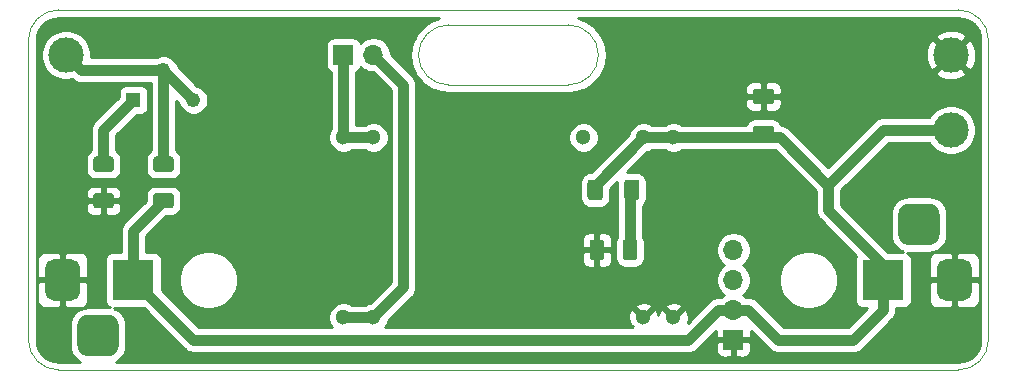
<source format=gbr>
%TF.GenerationSoftware,KiCad,Pcbnew,5.1.8+dfsg1-1+b1*%
%TF.CreationDate,2021-04-24T17:27:20-05:00*%
%TF.ProjectId,driver,64726976-6572-42e6-9b69-6361645f7063,B*%
%TF.SameCoordinates,Original*%
%TF.FileFunction,Copper,L1,Top*%
%TF.FilePolarity,Positive*%
%FSLAX46Y46*%
G04 Gerber Fmt 4.6, Leading zero omitted, Abs format (unit mm)*
G04 Created by KiCad (PCBNEW 5.1.8+dfsg1-1+b1) date 2021-04-24 17:27:20*
%MOMM*%
%LPD*%
G01*
G04 APERTURE LIST*
%TA.AperFunction,Profile*%
%ADD10C,0.100000*%
%TD*%
%TA.AperFunction,ComponentPad*%
%ADD11C,3.000000*%
%TD*%
%TA.AperFunction,ComponentPad*%
%ADD12R,1.222000X1.222000*%
%TD*%
%TA.AperFunction,ComponentPad*%
%ADD13C,1.222000*%
%TD*%
%TA.AperFunction,ComponentPad*%
%ADD14C,1.300000*%
%TD*%
%TA.AperFunction,ComponentPad*%
%ADD15R,3.500000X3.500000*%
%TD*%
%TA.AperFunction,ComponentPad*%
%ADD16O,1.700000X1.700000*%
%TD*%
%TA.AperFunction,ComponentPad*%
%ADD17R,1.700000X1.700000*%
%TD*%
%TA.AperFunction,Conductor*%
%ADD18C,0.889000*%
%TD*%
%TA.AperFunction,Conductor*%
%ADD19C,0.254000*%
%TD*%
%TA.AperFunction,Conductor*%
%ADD20C,0.100000*%
%TD*%
G04 APERTURE END LIST*
D10*
X121920000Y-85090000D02*
G75*
G02*
X119380000Y-82550000I0J2540000D01*
G01*
X165100000Y-78740000D02*
X88900000Y-78740000D01*
X119380000Y-82550000D02*
G75*
G02*
X121920000Y-80010000I2540000J0D01*
G01*
X132080000Y-80010000D02*
G75*
G02*
X134620000Y-82550000I0J-2540000D01*
G01*
X134620000Y-82550000D02*
G75*
G02*
X132080000Y-85090000I-2540000J0D01*
G01*
X132080000Y-80010000D02*
X121920000Y-80010000D01*
X132080000Y-85090000D02*
X121920000Y-85090000D01*
X165100000Y-109220000D02*
X88900000Y-109220000D01*
X86360000Y-81280000D02*
X86360000Y-106680000D01*
X167640000Y-106680000D02*
X167640000Y-81280000D01*
X86360000Y-81280000D02*
G75*
G02*
X88900000Y-78740000I2540000J0D01*
G01*
X88900000Y-109220000D02*
G75*
G02*
X86360000Y-106680000I0J2540000D01*
G01*
X167640000Y-106680000D02*
G75*
G02*
X165100000Y-109220000I-2540000J0D01*
G01*
X165100000Y-78740000D02*
G75*
G02*
X167640000Y-81280000I0J-2540000D01*
G01*
D11*
%TO.P,TP3,1*%
%TO.N,GND*%
X164465000Y-82550000D03*
%TD*%
%TO.P,TP2,1*%
%TO.N,+12V*%
X164465000Y-88900000D03*
%TD*%
%TO.P,TP1,1*%
%TO.N,Net-(R1-Pad2)*%
X89535000Y-82550000D03*
%TD*%
%TO.P,R2,2*%
%TO.N,GND*%
%TA.AperFunction,SMDPad,CuDef*%
G36*
G01*
X92084999Y-94245000D02*
X93335001Y-94245000D01*
G75*
G02*
X93585000Y-94494999I0J-249999D01*
G01*
X93585000Y-95295001D01*
G75*
G02*
X93335001Y-95545000I-249999J0D01*
G01*
X92084999Y-95545000D01*
G75*
G02*
X91835000Y-95295001I0J249999D01*
G01*
X91835000Y-94494999D01*
G75*
G02*
X92084999Y-94245000I249999J0D01*
G01*
G37*
%TD.AperFunction*%
%TO.P,R2,1*%
%TO.N,Net-(R2-Pad1)*%
%TA.AperFunction,SMDPad,CuDef*%
G36*
G01*
X92084999Y-91145000D02*
X93335001Y-91145000D01*
G75*
G02*
X93585000Y-91394999I0J-249999D01*
G01*
X93585000Y-92195001D01*
G75*
G02*
X93335001Y-92445000I-249999J0D01*
G01*
X92084999Y-92445000D01*
G75*
G02*
X91835000Y-92195001I0J249999D01*
G01*
X91835000Y-91394999D01*
G75*
G02*
X92084999Y-91145000I249999J0D01*
G01*
G37*
%TD.AperFunction*%
%TD*%
%TO.P,R1,2*%
%TO.N,Net-(R1-Pad2)*%
%TA.AperFunction,SMDPad,CuDef*%
G36*
G01*
X98415001Y-92445000D02*
X97164999Y-92445000D01*
G75*
G02*
X96915000Y-92195001I0J249999D01*
G01*
X96915000Y-91394999D01*
G75*
G02*
X97164999Y-91145000I249999J0D01*
G01*
X98415001Y-91145000D01*
G75*
G02*
X98665000Y-91394999I0J-249999D01*
G01*
X98665000Y-92195001D01*
G75*
G02*
X98415001Y-92445000I-249999J0D01*
G01*
G37*
%TD.AperFunction*%
%TO.P,R1,1*%
%TO.N,+12V*%
%TA.AperFunction,SMDPad,CuDef*%
G36*
G01*
X98415001Y-95545000D02*
X97164999Y-95545000D01*
G75*
G02*
X96915000Y-95295001I0J249999D01*
G01*
X96915000Y-94494999D01*
G75*
G02*
X97164999Y-94245000I249999J0D01*
G01*
X98415001Y-94245000D01*
G75*
G02*
X98665000Y-94494999I0J-249999D01*
G01*
X98665000Y-95295001D01*
G75*
G02*
X98415001Y-95545000I-249999J0D01*
G01*
G37*
%TD.AperFunction*%
%TD*%
%TO.P,C2,1*%
%TO.N,GND*%
%TA.AperFunction,SMDPad,CuDef*%
G36*
G01*
X147939997Y-85405000D02*
X149240003Y-85405000D01*
G75*
G02*
X149490000Y-85654997I0J-249997D01*
G01*
X149490000Y-86480003D01*
G75*
G02*
X149240003Y-86730000I-249997J0D01*
G01*
X147939997Y-86730000D01*
G75*
G02*
X147690000Y-86480003I0J249997D01*
G01*
X147690000Y-85654997D01*
G75*
G02*
X147939997Y-85405000I249997J0D01*
G01*
G37*
%TD.AperFunction*%
%TO.P,C2,2*%
%TO.N,+12V*%
%TA.AperFunction,SMDPad,CuDef*%
G36*
G01*
X147939997Y-88530000D02*
X149240003Y-88530000D01*
G75*
G02*
X149490000Y-88779997I0J-249997D01*
G01*
X149490000Y-89605003D01*
G75*
G02*
X149240003Y-89855000I-249997J0D01*
G01*
X147939997Y-89855000D01*
G75*
G02*
X147690000Y-89605003I0J249997D01*
G01*
X147690000Y-88779997D01*
G75*
G02*
X147939997Y-88530000I249997J0D01*
G01*
G37*
%TD.AperFunction*%
%TD*%
D12*
%TO.P,RV1,1*%
%TO.N,Net-(R2-Pad1)*%
X95250000Y-86360000D03*
D13*
%TO.P,RV1,2*%
%TO.N,Net-(R1-Pad2)*%
X97790000Y-83820000D03*
%TO.P,RV1,3*%
X100330000Y-86360000D03*
%TD*%
%TO.P,R5,2*%
%TO.N,Net-(D1-Pad2)*%
%TA.AperFunction,SMDPad,CuDef*%
G36*
G01*
X136790000Y-94605001D02*
X136790000Y-93354999D01*
G75*
G02*
X137039999Y-93105000I249999J0D01*
G01*
X137840001Y-93105000D01*
G75*
G02*
X138090000Y-93354999I0J-249999D01*
G01*
X138090000Y-94605001D01*
G75*
G02*
X137840001Y-94855000I-249999J0D01*
G01*
X137039999Y-94855000D01*
G75*
G02*
X136790000Y-94605001I0J249999D01*
G01*
G37*
%TD.AperFunction*%
%TO.P,R5,1*%
%TO.N,+12V*%
%TA.AperFunction,SMDPad,CuDef*%
G36*
G01*
X133690000Y-94605001D02*
X133690000Y-93354999D01*
G75*
G02*
X133939999Y-93105000I249999J0D01*
G01*
X134740001Y-93105000D01*
G75*
G02*
X134990000Y-93354999I0J-249999D01*
G01*
X134990000Y-94605001D01*
G75*
G02*
X134740001Y-94855000I-249999J0D01*
G01*
X133939999Y-94855000D01*
G75*
G02*
X133690000Y-94605001I0J249999D01*
G01*
G37*
%TD.AperFunction*%
%TD*%
%TO.P,D1,2*%
%TO.N,Net-(D1-Pad2)*%
%TA.AperFunction,SMDPad,CuDef*%
G36*
G01*
X136665000Y-99685000D02*
X136665000Y-98435000D01*
G75*
G02*
X136915000Y-98185000I250000J0D01*
G01*
X137665000Y-98185000D01*
G75*
G02*
X137915000Y-98435000I0J-250000D01*
G01*
X137915000Y-99685000D01*
G75*
G02*
X137665000Y-99935000I-250000J0D01*
G01*
X136915000Y-99935000D01*
G75*
G02*
X136665000Y-99685000I0J250000D01*
G01*
G37*
%TD.AperFunction*%
%TO.P,D1,1*%
%TO.N,GND*%
%TA.AperFunction,SMDPad,CuDef*%
G36*
G01*
X133865000Y-99685000D02*
X133865000Y-98435000D01*
G75*
G02*
X134115000Y-98185000I250000J0D01*
G01*
X134865000Y-98185000D01*
G75*
G02*
X135115000Y-98435000I0J-250000D01*
G01*
X135115000Y-99685000D01*
G75*
G02*
X134865000Y-99935000I-250000J0D01*
G01*
X134115000Y-99935000D01*
G75*
G02*
X133865000Y-99685000I0J250000D01*
G01*
G37*
%TD.AperFunction*%
%TD*%
D14*
%TO.P,U2,24*%
%TO.N,+12V*%
X140970000Y-89535000D03*
%TO.P,U2,23*%
X138430000Y-89535000D03*
%TO.P,U2,21*%
%TO.N,Net-(R1-Pad2)*%
X133350000Y-89535000D03*
%TO.P,U2,14*%
%TO.N,Net-(J7-Pad1)*%
X115570000Y-89535000D03*
%TO.P,U2,13*%
X113030000Y-89535000D03*
%TO.P,U2,12*%
%TO.N,Net-(J7-Pad2)*%
X113030000Y-104775000D03*
%TO.P,U2,11*%
X115570000Y-104775000D03*
%TO.P,U2,2*%
%TO.N,GND*%
X138430000Y-104775000D03*
%TO.P,U2,1*%
X140970000Y-104775000D03*
%TD*%
D15*
%TO.P,J4,1*%
%TO.N,+12V*%
X95250000Y-101600000D03*
%TO.P,J4,2*%
%TO.N,GND*%
%TA.AperFunction,ComponentPad*%
G36*
G01*
X87750000Y-102600000D02*
X87750000Y-100600000D01*
G75*
G02*
X88500000Y-99850000I750000J0D01*
G01*
X90000000Y-99850000D01*
G75*
G02*
X90750000Y-100600000I0J-750000D01*
G01*
X90750000Y-102600000D01*
G75*
G02*
X90000000Y-103350000I-750000J0D01*
G01*
X88500000Y-103350000D01*
G75*
G02*
X87750000Y-102600000I0J750000D01*
G01*
G37*
%TD.AperFunction*%
%TO.P,J4,3*%
%TO.N,N/C*%
%TA.AperFunction,ComponentPad*%
G36*
G01*
X90500000Y-107175000D02*
X90500000Y-105425000D01*
G75*
G02*
X91375000Y-104550000I875000J0D01*
G01*
X93125000Y-104550000D01*
G75*
G02*
X94000000Y-105425000I0J-875000D01*
G01*
X94000000Y-107175000D01*
G75*
G02*
X93125000Y-108050000I-875000J0D01*
G01*
X91375000Y-108050000D01*
G75*
G02*
X90500000Y-107175000I0J875000D01*
G01*
G37*
%TD.AperFunction*%
%TD*%
%TO.P,J3,3*%
%TO.N,N/C*%
%TA.AperFunction,ComponentPad*%
G36*
G01*
X163500000Y-96025000D02*
X163500000Y-97775000D01*
G75*
G02*
X162625000Y-98650000I-875000J0D01*
G01*
X160875000Y-98650000D01*
G75*
G02*
X160000000Y-97775000I0J875000D01*
G01*
X160000000Y-96025000D01*
G75*
G02*
X160875000Y-95150000I875000J0D01*
G01*
X162625000Y-95150000D01*
G75*
G02*
X163500000Y-96025000I0J-875000D01*
G01*
G37*
%TD.AperFunction*%
%TO.P,J3,2*%
%TO.N,GND*%
%TA.AperFunction,ComponentPad*%
G36*
G01*
X166250000Y-100600000D02*
X166250000Y-102600000D01*
G75*
G02*
X165500000Y-103350000I-750000J0D01*
G01*
X164000000Y-103350000D01*
G75*
G02*
X163250000Y-102600000I0J750000D01*
G01*
X163250000Y-100600000D01*
G75*
G02*
X164000000Y-99850000I750000J0D01*
G01*
X165500000Y-99850000D01*
G75*
G02*
X166250000Y-100600000I0J-750000D01*
G01*
G37*
%TD.AperFunction*%
%TO.P,J3,1*%
%TO.N,+12V*%
X158750000Y-101600000D03*
%TD*%
D16*
%TO.P,J5,4*%
%TO.N,N/C*%
X146050000Y-99060000D03*
%TO.P,J5,3*%
X146050000Y-101600000D03*
%TO.P,J5,2*%
%TO.N,+12V*%
X146050000Y-104140000D03*
D17*
%TO.P,J5,1*%
%TO.N,GND*%
X146050000Y-106680000D03*
%TD*%
%TO.P,J7,1*%
%TO.N,Net-(J7-Pad1)*%
X113030000Y-82550000D03*
D16*
%TO.P,J7,2*%
%TO.N,Net-(J7-Pad2)*%
X115570000Y-82550000D03*
%TD*%
D18*
%TO.N,+12V*%
X158750000Y-101600000D02*
X158750000Y-102870000D01*
X154090000Y-93630000D02*
X154090000Y-95670000D01*
X158750000Y-100330000D02*
X158750000Y-101600000D01*
X154090000Y-95670000D02*
X158750000Y-100330000D01*
X138430000Y-89535000D02*
X140970000Y-89535000D01*
X149995000Y-89535000D02*
X154090000Y-93630000D01*
X140970000Y-89535000D02*
X149995000Y-89535000D01*
X144780000Y-104140000D02*
X146050000Y-104140000D01*
X142240000Y-106680000D02*
X144780000Y-104140000D01*
X100330000Y-106680000D02*
X142240000Y-106680000D01*
X95250000Y-101600000D02*
X100330000Y-106680000D01*
X134340000Y-93625000D02*
X138430000Y-89535000D01*
X134340000Y-93980000D02*
X134340000Y-93625000D01*
X156210000Y-106680000D02*
X158750000Y-104140000D01*
X149860000Y-106680000D02*
X156210000Y-106680000D01*
X158750000Y-104140000D02*
X158750000Y-101600000D01*
X147320000Y-104140000D02*
X149860000Y-106680000D01*
X146050000Y-104140000D02*
X147320000Y-104140000D01*
X95250000Y-97435000D02*
X97790000Y-94895000D01*
X95250000Y-101600000D02*
X95250000Y-97435000D01*
X154090000Y-93630000D02*
X154090000Y-93560000D01*
X158750000Y-88900000D02*
X164465000Y-88900000D01*
X154090000Y-93560000D02*
X158750000Y-88900000D01*
%TO.N,Net-(D1-Pad2)*%
X137290000Y-94130000D02*
X137440000Y-93980000D01*
X137290000Y-99060000D02*
X137290000Y-94130000D01*
%TO.N,Net-(J7-Pad1)*%
X113030000Y-82550000D02*
X113030000Y-89535000D01*
X113030000Y-89535000D02*
X115570000Y-89535000D01*
%TO.N,Net-(J7-Pad2)*%
X118110000Y-102235000D02*
X115570000Y-104775000D01*
X118110000Y-85090000D02*
X118110000Y-102235000D01*
X115570000Y-82550000D02*
X118110000Y-85090000D01*
X115570000Y-104775000D02*
X113030000Y-104775000D01*
%TO.N,Net-(R2-Pad1)*%
X95250000Y-86360000D02*
X92710000Y-88900000D01*
X92710000Y-88900000D02*
X92710000Y-91795000D01*
%TO.N,Net-(R1-Pad2)*%
X90805000Y-83820000D02*
X89535000Y-82550000D01*
X97790000Y-83820000D02*
X90805000Y-83820000D01*
X97790000Y-83820000D02*
X100330000Y-86360000D01*
X97790000Y-83820000D02*
X97790000Y-91795000D01*
%TD*%
D19*
%TO.N,GND*%
X120733150Y-79554102D02*
X120675896Y-79578170D01*
X120618352Y-79601419D01*
X120609907Y-79605909D01*
X120173847Y-79841686D01*
X120122384Y-79876398D01*
X120070427Y-79910398D01*
X120063015Y-79916443D01*
X119681055Y-80232427D01*
X119637308Y-80276481D01*
X119592950Y-80319919D01*
X119586853Y-80327289D01*
X119273543Y-80711445D01*
X119239192Y-80763148D01*
X119204110Y-80814384D01*
X119199561Y-80822797D01*
X118966834Y-81260493D01*
X118943171Y-81317903D01*
X118918718Y-81374958D01*
X118915889Y-81384094D01*
X118772610Y-81858659D01*
X118760548Y-81919577D01*
X118747643Y-81980289D01*
X118746643Y-81989800D01*
X118698269Y-82483156D01*
X118698269Y-82513086D01*
X118695038Y-82542831D01*
X118695004Y-82552395D01*
X118695066Y-82570127D01*
X118698090Y-82599896D01*
X118697881Y-82629815D01*
X118698814Y-82639334D01*
X118750632Y-83132340D01*
X118763109Y-83193121D01*
X118774749Y-83254142D01*
X118777513Y-83263298D01*
X118924103Y-83736851D01*
X118948167Y-83794097D01*
X118971419Y-83851648D01*
X118975907Y-83860089D01*
X118975909Y-83860094D01*
X118975912Y-83860098D01*
X119211686Y-84296153D01*
X119246398Y-84347616D01*
X119280398Y-84399573D01*
X119286443Y-84406985D01*
X119602427Y-84788945D01*
X119646500Y-84832712D01*
X119689920Y-84877050D01*
X119697289Y-84883147D01*
X120081445Y-85196457D01*
X120133148Y-85230808D01*
X120184384Y-85265890D01*
X120192797Y-85270439D01*
X120630493Y-85503166D01*
X120687882Y-85526820D01*
X120744958Y-85551283D01*
X120754095Y-85554111D01*
X121228659Y-85697390D01*
X121289577Y-85709452D01*
X121350289Y-85722357D01*
X121359801Y-85723357D01*
X121853156Y-85771731D01*
X121853163Y-85771731D01*
X121886353Y-85775000D01*
X132113647Y-85775000D01*
X132144018Y-85772009D01*
X132159815Y-85772119D01*
X132169334Y-85771186D01*
X132662340Y-85719368D01*
X132723121Y-85706891D01*
X132784142Y-85695251D01*
X132793298Y-85692487D01*
X133266851Y-85545897D01*
X133324097Y-85521833D01*
X133381648Y-85498581D01*
X133390089Y-85494093D01*
X133390094Y-85494091D01*
X133390098Y-85494088D01*
X133554862Y-85405000D01*
X147051928Y-85405000D01*
X147055000Y-85781750D01*
X147213750Y-85940500D01*
X148463000Y-85940500D01*
X148463000Y-84928750D01*
X148717000Y-84928750D01*
X148717000Y-85940500D01*
X149966250Y-85940500D01*
X150125000Y-85781750D01*
X150128072Y-85405000D01*
X150115812Y-85280518D01*
X150079502Y-85160820D01*
X150020537Y-85050506D01*
X149941185Y-84953815D01*
X149844494Y-84874463D01*
X149734180Y-84815498D01*
X149614482Y-84779188D01*
X149490000Y-84766928D01*
X148875750Y-84770000D01*
X148717000Y-84928750D01*
X148463000Y-84928750D01*
X148304250Y-84770000D01*
X147690000Y-84766928D01*
X147565518Y-84779188D01*
X147445820Y-84815498D01*
X147335506Y-84874463D01*
X147238815Y-84953815D01*
X147159463Y-85050506D01*
X147100498Y-85160820D01*
X147064188Y-85280518D01*
X147051928Y-85405000D01*
X133554862Y-85405000D01*
X133826153Y-85258314D01*
X133877616Y-85223602D01*
X133929573Y-85189602D01*
X133936985Y-85183557D01*
X134318945Y-84867573D01*
X134362712Y-84823500D01*
X134407050Y-84780080D01*
X134413147Y-84772711D01*
X134726457Y-84388555D01*
X134760808Y-84336852D01*
X134795890Y-84285616D01*
X134800439Y-84277203D01*
X134925683Y-84041653D01*
X163152952Y-84041653D01*
X163308962Y-84357214D01*
X163683745Y-84548020D01*
X164088551Y-84662044D01*
X164507824Y-84694902D01*
X164925451Y-84645334D01*
X165325383Y-84515243D01*
X165621038Y-84357214D01*
X165777048Y-84041653D01*
X164465000Y-82729605D01*
X163152952Y-84041653D01*
X134925683Y-84041653D01*
X135033166Y-83839507D01*
X135056820Y-83782118D01*
X135081283Y-83725042D01*
X135084111Y-83715905D01*
X135227390Y-83241341D01*
X135239452Y-83180423D01*
X135252357Y-83119711D01*
X135253357Y-83110199D01*
X135301731Y-82616844D01*
X135301731Y-82592824D01*
X162320098Y-82592824D01*
X162369666Y-83010451D01*
X162499757Y-83410383D01*
X162657786Y-83706038D01*
X162973347Y-83862048D01*
X164285395Y-82550000D01*
X164644605Y-82550000D01*
X165956653Y-83862048D01*
X166272214Y-83706038D01*
X166463020Y-83331255D01*
X166577044Y-82926449D01*
X166609902Y-82507176D01*
X166560334Y-82089549D01*
X166430243Y-81689617D01*
X166272214Y-81393962D01*
X165956653Y-81237952D01*
X164644605Y-82550000D01*
X164285395Y-82550000D01*
X162973347Y-81237952D01*
X162657786Y-81393962D01*
X162466980Y-81768745D01*
X162352956Y-82173551D01*
X162320098Y-82592824D01*
X135301731Y-82592824D01*
X135301731Y-82586914D01*
X135304962Y-82557169D01*
X135304996Y-82547605D01*
X135304934Y-82529873D01*
X135301910Y-82500104D01*
X135302119Y-82470185D01*
X135301186Y-82460666D01*
X135249369Y-81967660D01*
X135236886Y-81906849D01*
X135225251Y-81845858D01*
X135222487Y-81836702D01*
X135075898Y-81363150D01*
X135051830Y-81305896D01*
X135028581Y-81248352D01*
X135024091Y-81239907D01*
X134925922Y-81058347D01*
X163152952Y-81058347D01*
X164465000Y-82370395D01*
X165777048Y-81058347D01*
X165621038Y-80742786D01*
X165246255Y-80551980D01*
X164841449Y-80437956D01*
X164422176Y-80405098D01*
X164004549Y-80454666D01*
X163604617Y-80584757D01*
X163308962Y-80742786D01*
X163152952Y-81058347D01*
X134925922Y-81058347D01*
X134788314Y-80803847D01*
X134753602Y-80752384D01*
X134719602Y-80700427D01*
X134713557Y-80693015D01*
X134397573Y-80311055D01*
X134353519Y-80267308D01*
X134310081Y-80222950D01*
X134302711Y-80216853D01*
X133918555Y-79903543D01*
X133866852Y-79869192D01*
X133815616Y-79834110D01*
X133807203Y-79829561D01*
X133369507Y-79596834D01*
X133312097Y-79573171D01*
X133255042Y-79548718D01*
X133245906Y-79545889D01*
X132845501Y-79425000D01*
X165066496Y-79425000D01*
X165459668Y-79463551D01*
X165805634Y-79568004D01*
X166124724Y-79737667D01*
X166404781Y-79966076D01*
X166635141Y-80244534D01*
X166807027Y-80562430D01*
X166913893Y-80907658D01*
X166955001Y-81298763D01*
X166955000Y-106646495D01*
X166916449Y-107039667D01*
X166811996Y-107385635D01*
X166642333Y-107704724D01*
X166413924Y-107984781D01*
X166135466Y-108215141D01*
X165817570Y-108387027D01*
X165472340Y-108493894D01*
X165081238Y-108535000D01*
X93774926Y-108535000D01*
X93965618Y-108433073D01*
X94194903Y-108244903D01*
X94383073Y-108015618D01*
X94522896Y-107754028D01*
X94608999Y-107470186D01*
X94638072Y-107175000D01*
X94638072Y-105425000D01*
X94608999Y-105129814D01*
X94522896Y-104845972D01*
X94383073Y-104584382D01*
X94194903Y-104355097D01*
X93965618Y-104166927D01*
X93704028Y-104027104D01*
X93575357Y-103988072D01*
X96111429Y-103988072D01*
X99529182Y-107405826D01*
X99562985Y-107447015D01*
X99604174Y-107480818D01*
X99604175Y-107480819D01*
X99690627Y-107551768D01*
X99727360Y-107581914D01*
X99914894Y-107682153D01*
X100092048Y-107735892D01*
X100118381Y-107743880D01*
X100330000Y-107764723D01*
X100383029Y-107759500D01*
X142186971Y-107759500D01*
X142240000Y-107764723D01*
X142293029Y-107759500D01*
X142451619Y-107743880D01*
X142655106Y-107682153D01*
X142842640Y-107581914D01*
X142905897Y-107530000D01*
X144561928Y-107530000D01*
X144574188Y-107654482D01*
X144610498Y-107774180D01*
X144669463Y-107884494D01*
X144748815Y-107981185D01*
X144845506Y-108060537D01*
X144955820Y-108119502D01*
X145075518Y-108155812D01*
X145200000Y-108168072D01*
X145764250Y-108165000D01*
X145923000Y-108006250D01*
X145923000Y-106807000D01*
X146177000Y-106807000D01*
X146177000Y-108006250D01*
X146335750Y-108165000D01*
X146900000Y-108168072D01*
X147024482Y-108155812D01*
X147144180Y-108119502D01*
X147254494Y-108060537D01*
X147351185Y-107981185D01*
X147430537Y-107884494D01*
X147489502Y-107774180D01*
X147525812Y-107654482D01*
X147538072Y-107530000D01*
X147535000Y-106965750D01*
X147376250Y-106807000D01*
X146177000Y-106807000D01*
X145923000Y-106807000D01*
X144723750Y-106807000D01*
X144565000Y-106965750D01*
X144561928Y-107530000D01*
X142905897Y-107530000D01*
X143007015Y-107447015D01*
X143040827Y-107405815D01*
X144562224Y-105884418D01*
X144565000Y-106394250D01*
X144723750Y-106553000D01*
X145923000Y-106553000D01*
X145923000Y-106533000D01*
X146177000Y-106533000D01*
X146177000Y-106553000D01*
X147376250Y-106553000D01*
X147535000Y-106394250D01*
X147537776Y-105884418D01*
X149059178Y-107405821D01*
X149092985Y-107447015D01*
X149257360Y-107581914D01*
X149444894Y-107682153D01*
X149648381Y-107743880D01*
X149806971Y-107759500D01*
X149806978Y-107759500D01*
X149859999Y-107764722D01*
X149913021Y-107759500D01*
X156156971Y-107759500D01*
X156210000Y-107764723D01*
X156263029Y-107759500D01*
X156421619Y-107743880D01*
X156625106Y-107682153D01*
X156812640Y-107581914D01*
X156977015Y-107447015D01*
X157010827Y-107405815D01*
X159475821Y-104940822D01*
X159517015Y-104907015D01*
X159651914Y-104742640D01*
X159752153Y-104555106D01*
X159813880Y-104351619D01*
X159829500Y-104193029D01*
X159829500Y-104193022D01*
X159834722Y-104140001D01*
X159829500Y-104086979D01*
X159829500Y-103988072D01*
X160500000Y-103988072D01*
X160624482Y-103975812D01*
X160744180Y-103939502D01*
X160854494Y-103880537D01*
X160951185Y-103801185D01*
X161030537Y-103704494D01*
X161089502Y-103594180D01*
X161125812Y-103474482D01*
X161138072Y-103350000D01*
X162611928Y-103350000D01*
X162624188Y-103474482D01*
X162660498Y-103594180D01*
X162719463Y-103704494D01*
X162798815Y-103801185D01*
X162895506Y-103880537D01*
X163005820Y-103939502D01*
X163125518Y-103975812D01*
X163250000Y-103988072D01*
X164464250Y-103985000D01*
X164623000Y-103826250D01*
X164623000Y-101727000D01*
X164877000Y-101727000D01*
X164877000Y-103826250D01*
X165035750Y-103985000D01*
X166250000Y-103988072D01*
X166374482Y-103975812D01*
X166494180Y-103939502D01*
X166604494Y-103880537D01*
X166701185Y-103801185D01*
X166780537Y-103704494D01*
X166839502Y-103594180D01*
X166875812Y-103474482D01*
X166888072Y-103350000D01*
X166885000Y-101885750D01*
X166726250Y-101727000D01*
X164877000Y-101727000D01*
X164623000Y-101727000D01*
X162773750Y-101727000D01*
X162615000Y-101885750D01*
X162611928Y-103350000D01*
X161138072Y-103350000D01*
X161138072Y-99850000D01*
X162611928Y-99850000D01*
X162615000Y-101314250D01*
X162773750Y-101473000D01*
X164623000Y-101473000D01*
X164623000Y-99373750D01*
X164877000Y-99373750D01*
X164877000Y-101473000D01*
X166726250Y-101473000D01*
X166885000Y-101314250D01*
X166888072Y-99850000D01*
X166875812Y-99725518D01*
X166839502Y-99605820D01*
X166780537Y-99495506D01*
X166701185Y-99398815D01*
X166604494Y-99319463D01*
X166494180Y-99260498D01*
X166374482Y-99224188D01*
X166250000Y-99211928D01*
X165035750Y-99215000D01*
X164877000Y-99373750D01*
X164623000Y-99373750D01*
X164464250Y-99215000D01*
X163250000Y-99211928D01*
X163125518Y-99224188D01*
X163005820Y-99260498D01*
X162895506Y-99319463D01*
X162798815Y-99398815D01*
X162719463Y-99495506D01*
X162660498Y-99605820D01*
X162624188Y-99725518D01*
X162611928Y-99850000D01*
X161138072Y-99850000D01*
X161125812Y-99725518D01*
X161089502Y-99605820D01*
X161030537Y-99495506D01*
X160951185Y-99398815D01*
X160854494Y-99319463D01*
X160777869Y-99278506D01*
X160875000Y-99288072D01*
X162625000Y-99288072D01*
X162920186Y-99258999D01*
X163204028Y-99172896D01*
X163465618Y-99033073D01*
X163694903Y-98844903D01*
X163883073Y-98615618D01*
X164022896Y-98354028D01*
X164108999Y-98070186D01*
X164138072Y-97775000D01*
X164138072Y-96025000D01*
X164108999Y-95729814D01*
X164022896Y-95445972D01*
X163883073Y-95184382D01*
X163694903Y-94955097D01*
X163465618Y-94766927D01*
X163204028Y-94627104D01*
X162920186Y-94541001D01*
X162625000Y-94511928D01*
X160875000Y-94511928D01*
X160579814Y-94541001D01*
X160295972Y-94627104D01*
X160034382Y-94766927D01*
X159805097Y-94955097D01*
X159616927Y-95184382D01*
X159477104Y-95445972D01*
X159391001Y-95729814D01*
X159361928Y-96025000D01*
X159361928Y-97775000D01*
X159391001Y-98070186D01*
X159477104Y-98354028D01*
X159616927Y-98615618D01*
X159805097Y-98844903D01*
X160034382Y-99033073D01*
X160295972Y-99172896D01*
X160424643Y-99211928D01*
X159158571Y-99211928D01*
X155169500Y-95222858D01*
X155169500Y-94007142D01*
X159197143Y-89979500D01*
X162618556Y-89979500D01*
X162806637Y-90260983D01*
X163104017Y-90558363D01*
X163453698Y-90792012D01*
X163842244Y-90952953D01*
X164254721Y-91035000D01*
X164675279Y-91035000D01*
X165087756Y-90952953D01*
X165476302Y-90792012D01*
X165825983Y-90558363D01*
X166123363Y-90260983D01*
X166357012Y-89911302D01*
X166517953Y-89522756D01*
X166600000Y-89110279D01*
X166600000Y-88689721D01*
X166517953Y-88277244D01*
X166357012Y-87888698D01*
X166123363Y-87539017D01*
X165825983Y-87241637D01*
X165476302Y-87007988D01*
X165087756Y-86847047D01*
X164675279Y-86765000D01*
X164254721Y-86765000D01*
X163842244Y-86847047D01*
X163453698Y-87007988D01*
X163104017Y-87241637D01*
X162806637Y-87539017D01*
X162618556Y-87820500D01*
X158803021Y-87820500D01*
X158749999Y-87815278D01*
X158696978Y-87820500D01*
X158696971Y-87820500D01*
X158538381Y-87836120D01*
X158334894Y-87897847D01*
X158147360Y-87998086D01*
X157982985Y-88132985D01*
X157949178Y-88174179D01*
X154055001Y-92068357D01*
X150795827Y-88809185D01*
X150762015Y-88767985D01*
X150597640Y-88633086D01*
X150410106Y-88532847D01*
X150206619Y-88471120D01*
X150065656Y-88457236D01*
X150060472Y-88440148D01*
X149978405Y-88286612D01*
X149867963Y-88152037D01*
X149733388Y-88041595D01*
X149579852Y-87959528D01*
X149413257Y-87908992D01*
X149240003Y-87891928D01*
X147939997Y-87891928D01*
X147766743Y-87908992D01*
X147600148Y-87959528D01*
X147446612Y-88041595D01*
X147312037Y-88152037D01*
X147201595Y-88286612D01*
X147119528Y-88440148D01*
X147114871Y-88455500D01*
X141667354Y-88455500D01*
X141578676Y-88396247D01*
X141344821Y-88299381D01*
X141096561Y-88250000D01*
X140843439Y-88250000D01*
X140595179Y-88299381D01*
X140361324Y-88396247D01*
X140272646Y-88455500D01*
X139127354Y-88455500D01*
X139038676Y-88396247D01*
X138804821Y-88299381D01*
X138556561Y-88250000D01*
X138303439Y-88250000D01*
X138055179Y-88299381D01*
X137821324Y-88396247D01*
X137610860Y-88536875D01*
X137431875Y-88715860D01*
X137291247Y-88926324D01*
X137194381Y-89160179D01*
X137173574Y-89264783D01*
X133971430Y-92466928D01*
X133939999Y-92466928D01*
X133766745Y-92483992D01*
X133600149Y-92534528D01*
X133446613Y-92616595D01*
X133312038Y-92727038D01*
X133201595Y-92861613D01*
X133119528Y-93015149D01*
X133068992Y-93181745D01*
X133051928Y-93354999D01*
X133051928Y-94605001D01*
X133068992Y-94778255D01*
X133119528Y-94944851D01*
X133201595Y-95098387D01*
X133312038Y-95232962D01*
X133446613Y-95343405D01*
X133600149Y-95425472D01*
X133766745Y-95476008D01*
X133939999Y-95493072D01*
X134740001Y-95493072D01*
X134913255Y-95476008D01*
X135079851Y-95425472D01*
X135233387Y-95343405D01*
X135367962Y-95232962D01*
X135478405Y-95098387D01*
X135560472Y-94944851D01*
X135611008Y-94778255D01*
X135628072Y-94605001D01*
X135628072Y-93863570D01*
X136153598Y-93338044D01*
X136151928Y-93354999D01*
X136151928Y-94605001D01*
X136168992Y-94778255D01*
X136210501Y-94915092D01*
X136210500Y-97900300D01*
X136176595Y-97941614D01*
X136094528Y-98095150D01*
X136043992Y-98261746D01*
X136026928Y-98435000D01*
X136026928Y-99685000D01*
X136043992Y-99858254D01*
X136094528Y-100024850D01*
X136176595Y-100178386D01*
X136287038Y-100312962D01*
X136421614Y-100423405D01*
X136575150Y-100505472D01*
X136741746Y-100556008D01*
X136915000Y-100573072D01*
X137665000Y-100573072D01*
X137838254Y-100556008D01*
X138004850Y-100505472D01*
X138158386Y-100423405D01*
X138292962Y-100312962D01*
X138403405Y-100178386D01*
X138485472Y-100024850D01*
X138536008Y-99858254D01*
X138553072Y-99685000D01*
X138553072Y-98435000D01*
X138536008Y-98261746D01*
X138485472Y-98095150D01*
X138403405Y-97941614D01*
X138369500Y-97900300D01*
X138369500Y-95313768D01*
X138467962Y-95232962D01*
X138578405Y-95098387D01*
X138660472Y-94944851D01*
X138711008Y-94778255D01*
X138728072Y-94605001D01*
X138728072Y-93354999D01*
X138711008Y-93181745D01*
X138660472Y-93015149D01*
X138578405Y-92861613D01*
X138467962Y-92727038D01*
X138333387Y-92616595D01*
X138179851Y-92534528D01*
X138013255Y-92483992D01*
X137840001Y-92466928D01*
X137039999Y-92466928D01*
X137023045Y-92468598D01*
X138700217Y-90791426D01*
X138804821Y-90770619D01*
X139038676Y-90673753D01*
X139127354Y-90614500D01*
X140272646Y-90614500D01*
X140361324Y-90673753D01*
X140595179Y-90770619D01*
X140843439Y-90820000D01*
X141096561Y-90820000D01*
X141344821Y-90770619D01*
X141578676Y-90673753D01*
X141667354Y-90614500D01*
X149547858Y-90614500D01*
X153010500Y-94077144D01*
X153010501Y-95616961D01*
X153005277Y-95670000D01*
X153026120Y-95881618D01*
X153084945Y-96075537D01*
X153087848Y-96085106D01*
X153188087Y-96272640D01*
X153322986Y-96437015D01*
X153364180Y-96470822D01*
X156441388Y-99548030D01*
X156410498Y-99605820D01*
X156374188Y-99725518D01*
X156361928Y-99850000D01*
X156361928Y-103350000D01*
X156374188Y-103474482D01*
X156410498Y-103594180D01*
X156469463Y-103704494D01*
X156548815Y-103801185D01*
X156645506Y-103880537D01*
X156755820Y-103939502D01*
X156875518Y-103975812D01*
X157000000Y-103988072D01*
X157375285Y-103988072D01*
X155762858Y-105600500D01*
X150307143Y-105600500D01*
X148120827Y-103414185D01*
X148087015Y-103372985D01*
X147922640Y-103238086D01*
X147735106Y-103137847D01*
X147531619Y-103076120D01*
X147373029Y-103060500D01*
X147320000Y-103055277D01*
X147266971Y-103060500D01*
X147070607Y-103060500D01*
X146996632Y-102986525D01*
X146822240Y-102870000D01*
X146996632Y-102753475D01*
X147203475Y-102546632D01*
X147365990Y-102303411D01*
X147477932Y-102033158D01*
X147535000Y-101746260D01*
X147535000Y-101453740D01*
X147515409Y-101355249D01*
X149915000Y-101355249D01*
X149915000Y-101844751D01*
X150010497Y-102324848D01*
X150197821Y-102777089D01*
X150469774Y-103184095D01*
X150815905Y-103530226D01*
X151222911Y-103802179D01*
X151675152Y-103989503D01*
X152155249Y-104085000D01*
X152644751Y-104085000D01*
X153124848Y-103989503D01*
X153577089Y-103802179D01*
X153984095Y-103530226D01*
X154330226Y-103184095D01*
X154602179Y-102777089D01*
X154789503Y-102324848D01*
X154885000Y-101844751D01*
X154885000Y-101355249D01*
X154789503Y-100875152D01*
X154602179Y-100422911D01*
X154330226Y-100015905D01*
X153984095Y-99669774D01*
X153577089Y-99397821D01*
X153124848Y-99210497D01*
X152644751Y-99115000D01*
X152155249Y-99115000D01*
X151675152Y-99210497D01*
X151222911Y-99397821D01*
X150815905Y-99669774D01*
X150469774Y-100015905D01*
X150197821Y-100422911D01*
X150010497Y-100875152D01*
X149915000Y-101355249D01*
X147515409Y-101355249D01*
X147477932Y-101166842D01*
X147365990Y-100896589D01*
X147203475Y-100653368D01*
X146996632Y-100446525D01*
X146822240Y-100330000D01*
X146996632Y-100213475D01*
X147203475Y-100006632D01*
X147365990Y-99763411D01*
X147477932Y-99493158D01*
X147535000Y-99206260D01*
X147535000Y-98913740D01*
X147477932Y-98626842D01*
X147365990Y-98356589D01*
X147203475Y-98113368D01*
X146996632Y-97906525D01*
X146753411Y-97744010D01*
X146483158Y-97632068D01*
X146196260Y-97575000D01*
X145903740Y-97575000D01*
X145616842Y-97632068D01*
X145346589Y-97744010D01*
X145103368Y-97906525D01*
X144896525Y-98113368D01*
X144734010Y-98356589D01*
X144622068Y-98626842D01*
X144565000Y-98913740D01*
X144565000Y-99206260D01*
X144622068Y-99493158D01*
X144734010Y-99763411D01*
X144896525Y-100006632D01*
X145103368Y-100213475D01*
X145277760Y-100330000D01*
X145103368Y-100446525D01*
X144896525Y-100653368D01*
X144734010Y-100896589D01*
X144622068Y-101166842D01*
X144565000Y-101453740D01*
X144565000Y-101746260D01*
X144622068Y-102033158D01*
X144734010Y-102303411D01*
X144896525Y-102546632D01*
X145103368Y-102753475D01*
X145277760Y-102870000D01*
X145103368Y-102986525D01*
X145029393Y-103060500D01*
X144833021Y-103060500D01*
X144779999Y-103055278D01*
X144726978Y-103060500D01*
X144726971Y-103060500D01*
X144568381Y-103076120D01*
X144364894Y-103137847D01*
X144177360Y-103238086D01*
X144012985Y-103372985D01*
X143979178Y-103414179D01*
X142185282Y-105208076D01*
X142190095Y-105197626D01*
X142249102Y-104951476D01*
X142258952Y-104698545D01*
X142219270Y-104448551D01*
X142131578Y-104211104D01*
X142084201Y-104122466D01*
X141855527Y-104069078D01*
X141149605Y-104775000D01*
X141163748Y-104789143D01*
X140984143Y-104968748D01*
X140970000Y-104954605D01*
X140955858Y-104968748D01*
X140776253Y-104789143D01*
X140790395Y-104775000D01*
X140084473Y-104069078D01*
X139855799Y-104122466D01*
X139749905Y-104352374D01*
X139698224Y-104567962D01*
X139679270Y-104448551D01*
X139591578Y-104211104D01*
X139544201Y-104122466D01*
X139315527Y-104069078D01*
X138609605Y-104775000D01*
X138623748Y-104789143D01*
X138444143Y-104968748D01*
X138430000Y-104954605D01*
X138415858Y-104968748D01*
X138236253Y-104789143D01*
X138250395Y-104775000D01*
X137544473Y-104069078D01*
X137315799Y-104122466D01*
X137209905Y-104352374D01*
X137150898Y-104598524D01*
X137141048Y-104851455D01*
X137180730Y-105101449D01*
X137268422Y-105338896D01*
X137315799Y-105427534D01*
X137544471Y-105480921D01*
X137427602Y-105597790D01*
X137430312Y-105600500D01*
X116561765Y-105600500D01*
X116568125Y-105594140D01*
X116708753Y-105383676D01*
X116805619Y-105149821D01*
X116826426Y-105045216D01*
X117982169Y-103889473D01*
X137724078Y-103889473D01*
X138430000Y-104595395D01*
X139135922Y-103889473D01*
X140264078Y-103889473D01*
X140970000Y-104595395D01*
X141675922Y-103889473D01*
X141622534Y-103660799D01*
X141392626Y-103554905D01*
X141146476Y-103495898D01*
X140893545Y-103486048D01*
X140643551Y-103525730D01*
X140406104Y-103613422D01*
X140317466Y-103660799D01*
X140264078Y-103889473D01*
X139135922Y-103889473D01*
X139082534Y-103660799D01*
X138852626Y-103554905D01*
X138606476Y-103495898D01*
X138353545Y-103486048D01*
X138103551Y-103525730D01*
X137866104Y-103613422D01*
X137777466Y-103660799D01*
X137724078Y-103889473D01*
X117982169Y-103889473D01*
X118835821Y-103035822D01*
X118877015Y-103002015D01*
X119011914Y-102837640D01*
X119112153Y-102650106D01*
X119173880Y-102446619D01*
X119189500Y-102288029D01*
X119189500Y-102288022D01*
X119194722Y-102235001D01*
X119189500Y-102181979D01*
X119189500Y-99935000D01*
X133226928Y-99935000D01*
X133239188Y-100059482D01*
X133275498Y-100179180D01*
X133334463Y-100289494D01*
X133413815Y-100386185D01*
X133510506Y-100465537D01*
X133620820Y-100524502D01*
X133740518Y-100560812D01*
X133865000Y-100573072D01*
X134204250Y-100570000D01*
X134363000Y-100411250D01*
X134363000Y-99187000D01*
X134617000Y-99187000D01*
X134617000Y-100411250D01*
X134775750Y-100570000D01*
X135115000Y-100573072D01*
X135239482Y-100560812D01*
X135359180Y-100524502D01*
X135469494Y-100465537D01*
X135566185Y-100386185D01*
X135645537Y-100289494D01*
X135704502Y-100179180D01*
X135740812Y-100059482D01*
X135753072Y-99935000D01*
X135750000Y-99345750D01*
X135591250Y-99187000D01*
X134617000Y-99187000D01*
X134363000Y-99187000D01*
X133388750Y-99187000D01*
X133230000Y-99345750D01*
X133226928Y-99935000D01*
X119189500Y-99935000D01*
X119189500Y-98185000D01*
X133226928Y-98185000D01*
X133230000Y-98774250D01*
X133388750Y-98933000D01*
X134363000Y-98933000D01*
X134363000Y-97708750D01*
X134617000Y-97708750D01*
X134617000Y-98933000D01*
X135591250Y-98933000D01*
X135750000Y-98774250D01*
X135753072Y-98185000D01*
X135740812Y-98060518D01*
X135704502Y-97940820D01*
X135645537Y-97830506D01*
X135566185Y-97733815D01*
X135469494Y-97654463D01*
X135359180Y-97595498D01*
X135239482Y-97559188D01*
X135115000Y-97546928D01*
X134775750Y-97550000D01*
X134617000Y-97708750D01*
X134363000Y-97708750D01*
X134204250Y-97550000D01*
X133865000Y-97546928D01*
X133740518Y-97559188D01*
X133620820Y-97595498D01*
X133510506Y-97654463D01*
X133413815Y-97733815D01*
X133334463Y-97830506D01*
X133275498Y-97940820D01*
X133239188Y-98060518D01*
X133226928Y-98185000D01*
X119189500Y-98185000D01*
X119189500Y-89408439D01*
X132065000Y-89408439D01*
X132065000Y-89661561D01*
X132114381Y-89909821D01*
X132211247Y-90143676D01*
X132351875Y-90354140D01*
X132530860Y-90533125D01*
X132741324Y-90673753D01*
X132975179Y-90770619D01*
X133223439Y-90820000D01*
X133476561Y-90820000D01*
X133724821Y-90770619D01*
X133958676Y-90673753D01*
X134169140Y-90533125D01*
X134348125Y-90354140D01*
X134488753Y-90143676D01*
X134585619Y-89909821D01*
X134635000Y-89661561D01*
X134635000Y-89408439D01*
X134585619Y-89160179D01*
X134488753Y-88926324D01*
X134348125Y-88715860D01*
X134169140Y-88536875D01*
X133958676Y-88396247D01*
X133724821Y-88299381D01*
X133476561Y-88250000D01*
X133223439Y-88250000D01*
X132975179Y-88299381D01*
X132741324Y-88396247D01*
X132530860Y-88536875D01*
X132351875Y-88715860D01*
X132211247Y-88926324D01*
X132114381Y-89160179D01*
X132065000Y-89408439D01*
X119189500Y-89408439D01*
X119189500Y-86730000D01*
X147051928Y-86730000D01*
X147064188Y-86854482D01*
X147100498Y-86974180D01*
X147159463Y-87084494D01*
X147238815Y-87181185D01*
X147335506Y-87260537D01*
X147445820Y-87319502D01*
X147565518Y-87355812D01*
X147690000Y-87368072D01*
X148304250Y-87365000D01*
X148463000Y-87206250D01*
X148463000Y-86194500D01*
X148717000Y-86194500D01*
X148717000Y-87206250D01*
X148875750Y-87365000D01*
X149490000Y-87368072D01*
X149614482Y-87355812D01*
X149734180Y-87319502D01*
X149844494Y-87260537D01*
X149941185Y-87181185D01*
X150020537Y-87084494D01*
X150079502Y-86974180D01*
X150115812Y-86854482D01*
X150128072Y-86730000D01*
X150125000Y-86353250D01*
X149966250Y-86194500D01*
X148717000Y-86194500D01*
X148463000Y-86194500D01*
X147213750Y-86194500D01*
X147055000Y-86353250D01*
X147051928Y-86730000D01*
X119189500Y-86730000D01*
X119189500Y-85143021D01*
X119194722Y-85089999D01*
X119189500Y-85036978D01*
X119189500Y-85036971D01*
X119173880Y-84878381D01*
X119112153Y-84674894D01*
X119011914Y-84487360D01*
X118877015Y-84322985D01*
X118835821Y-84289178D01*
X117055000Y-82508358D01*
X117055000Y-82403740D01*
X116997932Y-82116842D01*
X116885990Y-81846589D01*
X116723475Y-81603368D01*
X116516632Y-81396525D01*
X116273411Y-81234010D01*
X116003158Y-81122068D01*
X115716260Y-81065000D01*
X115423740Y-81065000D01*
X115136842Y-81122068D01*
X114866589Y-81234010D01*
X114623368Y-81396525D01*
X114491513Y-81528380D01*
X114469502Y-81455820D01*
X114410537Y-81345506D01*
X114331185Y-81248815D01*
X114234494Y-81169463D01*
X114124180Y-81110498D01*
X114004482Y-81074188D01*
X113880000Y-81061928D01*
X112180000Y-81061928D01*
X112055518Y-81074188D01*
X111935820Y-81110498D01*
X111825506Y-81169463D01*
X111728815Y-81248815D01*
X111649463Y-81345506D01*
X111590498Y-81455820D01*
X111554188Y-81575518D01*
X111541928Y-81700000D01*
X111541928Y-83400000D01*
X111554188Y-83524482D01*
X111590498Y-83644180D01*
X111649463Y-83754494D01*
X111728815Y-83851185D01*
X111825506Y-83930537D01*
X111935820Y-83989502D01*
X111950500Y-83993955D01*
X111950501Y-88837645D01*
X111891247Y-88926324D01*
X111794381Y-89160179D01*
X111745000Y-89408439D01*
X111745000Y-89661561D01*
X111794381Y-89909821D01*
X111891247Y-90143676D01*
X112031875Y-90354140D01*
X112210860Y-90533125D01*
X112421324Y-90673753D01*
X112655179Y-90770619D01*
X112903439Y-90820000D01*
X113156561Y-90820000D01*
X113404821Y-90770619D01*
X113638676Y-90673753D01*
X113727354Y-90614500D01*
X114872646Y-90614500D01*
X114961324Y-90673753D01*
X115195179Y-90770619D01*
X115443439Y-90820000D01*
X115696561Y-90820000D01*
X115944821Y-90770619D01*
X116178676Y-90673753D01*
X116389140Y-90533125D01*
X116568125Y-90354140D01*
X116708753Y-90143676D01*
X116805619Y-89909821D01*
X116855000Y-89661561D01*
X116855000Y-89408439D01*
X116805619Y-89160179D01*
X116708753Y-88926324D01*
X116568125Y-88715860D01*
X116389140Y-88536875D01*
X116178676Y-88396247D01*
X115944821Y-88299381D01*
X115696561Y-88250000D01*
X115443439Y-88250000D01*
X115195179Y-88299381D01*
X114961324Y-88396247D01*
X114872646Y-88455500D01*
X114109500Y-88455500D01*
X114109500Y-83993955D01*
X114124180Y-83989502D01*
X114234494Y-83930537D01*
X114331185Y-83851185D01*
X114410537Y-83754494D01*
X114469502Y-83644180D01*
X114491513Y-83571620D01*
X114623368Y-83703475D01*
X114866589Y-83865990D01*
X115136842Y-83977932D01*
X115423740Y-84035000D01*
X115528358Y-84035000D01*
X117030500Y-85537143D01*
X117030501Y-101787856D01*
X115299784Y-103518574D01*
X115195179Y-103539381D01*
X114961324Y-103636247D01*
X114872646Y-103695500D01*
X113727354Y-103695500D01*
X113638676Y-103636247D01*
X113404821Y-103539381D01*
X113156561Y-103490000D01*
X112903439Y-103490000D01*
X112655179Y-103539381D01*
X112421324Y-103636247D01*
X112210860Y-103776875D01*
X112031875Y-103955860D01*
X111891247Y-104166324D01*
X111794381Y-104400179D01*
X111745000Y-104648439D01*
X111745000Y-104901561D01*
X111794381Y-105149821D01*
X111891247Y-105383676D01*
X112031875Y-105594140D01*
X112038235Y-105600500D01*
X100777144Y-105600500D01*
X97638072Y-102461429D01*
X97638072Y-101355249D01*
X99115000Y-101355249D01*
X99115000Y-101844751D01*
X99210497Y-102324848D01*
X99397821Y-102777089D01*
X99669774Y-103184095D01*
X100015905Y-103530226D01*
X100422911Y-103802179D01*
X100875152Y-103989503D01*
X101355249Y-104085000D01*
X101844751Y-104085000D01*
X102324848Y-103989503D01*
X102777089Y-103802179D01*
X103184095Y-103530226D01*
X103530226Y-103184095D01*
X103802179Y-102777089D01*
X103989503Y-102324848D01*
X104085000Y-101844751D01*
X104085000Y-101355249D01*
X103989503Y-100875152D01*
X103802179Y-100422911D01*
X103530226Y-100015905D01*
X103184095Y-99669774D01*
X102777089Y-99397821D01*
X102324848Y-99210497D01*
X101844751Y-99115000D01*
X101355249Y-99115000D01*
X100875152Y-99210497D01*
X100422911Y-99397821D01*
X100015905Y-99669774D01*
X99669774Y-100015905D01*
X99397821Y-100422911D01*
X99210497Y-100875152D01*
X99115000Y-101355249D01*
X97638072Y-101355249D01*
X97638072Y-99850000D01*
X97625812Y-99725518D01*
X97589502Y-99605820D01*
X97530537Y-99495506D01*
X97451185Y-99398815D01*
X97354494Y-99319463D01*
X97244180Y-99260498D01*
X97124482Y-99224188D01*
X97000000Y-99211928D01*
X96329500Y-99211928D01*
X96329500Y-97882142D01*
X98028571Y-96183072D01*
X98415001Y-96183072D01*
X98588255Y-96166008D01*
X98754851Y-96115472D01*
X98908387Y-96033405D01*
X99042962Y-95922962D01*
X99153405Y-95788387D01*
X99235472Y-95634851D01*
X99286008Y-95468255D01*
X99303072Y-95295001D01*
X99303072Y-94494999D01*
X99286008Y-94321745D01*
X99235472Y-94155149D01*
X99153405Y-94001613D01*
X99042962Y-93867038D01*
X98908387Y-93756595D01*
X98754851Y-93674528D01*
X98588255Y-93623992D01*
X98415001Y-93606928D01*
X97164999Y-93606928D01*
X96991745Y-93623992D01*
X96825149Y-93674528D01*
X96671613Y-93756595D01*
X96537038Y-93867038D01*
X96426595Y-94001613D01*
X96344528Y-94155149D01*
X96293992Y-94321745D01*
X96276928Y-94494999D01*
X96276928Y-94881429D01*
X94524180Y-96634178D01*
X94482986Y-96667985D01*
X94348087Y-96832360D01*
X94247848Y-97019894D01*
X94247847Y-97019896D01*
X94186120Y-97223382D01*
X94165277Y-97435000D01*
X94170501Y-97488039D01*
X94170501Y-99211928D01*
X93500000Y-99211928D01*
X93375518Y-99224188D01*
X93255820Y-99260498D01*
X93145506Y-99319463D01*
X93048815Y-99398815D01*
X92969463Y-99495506D01*
X92910498Y-99605820D01*
X92874188Y-99725518D01*
X92861928Y-99850000D01*
X92861928Y-103350000D01*
X92874188Y-103474482D01*
X92910498Y-103594180D01*
X92969463Y-103704494D01*
X93048815Y-103801185D01*
X93145506Y-103880537D01*
X93222131Y-103921494D01*
X93125000Y-103911928D01*
X91375000Y-103911928D01*
X91079814Y-103941001D01*
X90795972Y-104027104D01*
X90534382Y-104166927D01*
X90305097Y-104355097D01*
X90116927Y-104584382D01*
X89977104Y-104845972D01*
X89891001Y-105129814D01*
X89861928Y-105425000D01*
X89861928Y-107175000D01*
X89891001Y-107470186D01*
X89977104Y-107754028D01*
X90116927Y-108015618D01*
X90305097Y-108244903D01*
X90534382Y-108433073D01*
X90725074Y-108535000D01*
X88933505Y-108535000D01*
X88540333Y-108496449D01*
X88194365Y-108391996D01*
X87875276Y-108222333D01*
X87595219Y-107993924D01*
X87364859Y-107715466D01*
X87192973Y-107397570D01*
X87086106Y-107052340D01*
X87045000Y-106661238D01*
X87045000Y-103350000D01*
X87111928Y-103350000D01*
X87124188Y-103474482D01*
X87160498Y-103594180D01*
X87219463Y-103704494D01*
X87298815Y-103801185D01*
X87395506Y-103880537D01*
X87505820Y-103939502D01*
X87625518Y-103975812D01*
X87750000Y-103988072D01*
X88964250Y-103985000D01*
X89123000Y-103826250D01*
X89123000Y-101727000D01*
X89377000Y-101727000D01*
X89377000Y-103826250D01*
X89535750Y-103985000D01*
X90750000Y-103988072D01*
X90874482Y-103975812D01*
X90994180Y-103939502D01*
X91104494Y-103880537D01*
X91201185Y-103801185D01*
X91280537Y-103704494D01*
X91339502Y-103594180D01*
X91375812Y-103474482D01*
X91388072Y-103350000D01*
X91385000Y-101885750D01*
X91226250Y-101727000D01*
X89377000Y-101727000D01*
X89123000Y-101727000D01*
X87273750Y-101727000D01*
X87115000Y-101885750D01*
X87111928Y-103350000D01*
X87045000Y-103350000D01*
X87045000Y-99850000D01*
X87111928Y-99850000D01*
X87115000Y-101314250D01*
X87273750Y-101473000D01*
X89123000Y-101473000D01*
X89123000Y-99373750D01*
X89377000Y-99373750D01*
X89377000Y-101473000D01*
X91226250Y-101473000D01*
X91385000Y-101314250D01*
X91388072Y-99850000D01*
X91375812Y-99725518D01*
X91339502Y-99605820D01*
X91280537Y-99495506D01*
X91201185Y-99398815D01*
X91104494Y-99319463D01*
X90994180Y-99260498D01*
X90874482Y-99224188D01*
X90750000Y-99211928D01*
X89535750Y-99215000D01*
X89377000Y-99373750D01*
X89123000Y-99373750D01*
X88964250Y-99215000D01*
X87750000Y-99211928D01*
X87625518Y-99224188D01*
X87505820Y-99260498D01*
X87395506Y-99319463D01*
X87298815Y-99398815D01*
X87219463Y-99495506D01*
X87160498Y-99605820D01*
X87124188Y-99725518D01*
X87111928Y-99850000D01*
X87045000Y-99850000D01*
X87045000Y-95545000D01*
X91196928Y-95545000D01*
X91209188Y-95669482D01*
X91245498Y-95789180D01*
X91304463Y-95899494D01*
X91383815Y-95996185D01*
X91480506Y-96075537D01*
X91590820Y-96134502D01*
X91710518Y-96170812D01*
X91835000Y-96183072D01*
X92424250Y-96180000D01*
X92583000Y-96021250D01*
X92583000Y-95022000D01*
X92837000Y-95022000D01*
X92837000Y-96021250D01*
X92995750Y-96180000D01*
X93585000Y-96183072D01*
X93709482Y-96170812D01*
X93829180Y-96134502D01*
X93939494Y-96075537D01*
X94036185Y-95996185D01*
X94115537Y-95899494D01*
X94174502Y-95789180D01*
X94210812Y-95669482D01*
X94223072Y-95545000D01*
X94220000Y-95180750D01*
X94061250Y-95022000D01*
X92837000Y-95022000D01*
X92583000Y-95022000D01*
X91358750Y-95022000D01*
X91200000Y-95180750D01*
X91196928Y-95545000D01*
X87045000Y-95545000D01*
X87045000Y-94245000D01*
X91196928Y-94245000D01*
X91200000Y-94609250D01*
X91358750Y-94768000D01*
X92583000Y-94768000D01*
X92583000Y-93768750D01*
X92837000Y-93768750D01*
X92837000Y-94768000D01*
X94061250Y-94768000D01*
X94220000Y-94609250D01*
X94223072Y-94245000D01*
X94210812Y-94120518D01*
X94174502Y-94000820D01*
X94115537Y-93890506D01*
X94036185Y-93793815D01*
X93939494Y-93714463D01*
X93829180Y-93655498D01*
X93709482Y-93619188D01*
X93585000Y-93606928D01*
X92995750Y-93610000D01*
X92837000Y-93768750D01*
X92583000Y-93768750D01*
X92424250Y-93610000D01*
X91835000Y-93606928D01*
X91710518Y-93619188D01*
X91590820Y-93655498D01*
X91480506Y-93714463D01*
X91383815Y-93793815D01*
X91304463Y-93890506D01*
X91245498Y-94000820D01*
X91209188Y-94120518D01*
X91196928Y-94245000D01*
X87045000Y-94245000D01*
X87045000Y-91394999D01*
X91196928Y-91394999D01*
X91196928Y-92195001D01*
X91213992Y-92368255D01*
X91264528Y-92534851D01*
X91346595Y-92688387D01*
X91457038Y-92822962D01*
X91591613Y-92933405D01*
X91745149Y-93015472D01*
X91911745Y-93066008D01*
X92084999Y-93083072D01*
X93335001Y-93083072D01*
X93508255Y-93066008D01*
X93674851Y-93015472D01*
X93828387Y-92933405D01*
X93962962Y-92822962D01*
X94073405Y-92688387D01*
X94155472Y-92534851D01*
X94206008Y-92368255D01*
X94223072Y-92195001D01*
X94223072Y-91394999D01*
X94206008Y-91221745D01*
X94155472Y-91055149D01*
X94073405Y-90901613D01*
X93962962Y-90767038D01*
X93828387Y-90656595D01*
X93789500Y-90635809D01*
X93789500Y-89347142D01*
X95527571Y-87609072D01*
X95861000Y-87609072D01*
X95985482Y-87596812D01*
X96105180Y-87560502D01*
X96215494Y-87501537D01*
X96312185Y-87422185D01*
X96391537Y-87325494D01*
X96450502Y-87215180D01*
X96486812Y-87095482D01*
X96499072Y-86971000D01*
X96499072Y-85749000D01*
X96486812Y-85624518D01*
X96450502Y-85504820D01*
X96391537Y-85394506D01*
X96312185Y-85297815D01*
X96215494Y-85218463D01*
X96105180Y-85159498D01*
X95985482Y-85123188D01*
X95861000Y-85110928D01*
X94639000Y-85110928D01*
X94514518Y-85123188D01*
X94394820Y-85159498D01*
X94284506Y-85218463D01*
X94187815Y-85297815D01*
X94108463Y-85394506D01*
X94049498Y-85504820D01*
X94013188Y-85624518D01*
X94000928Y-85749000D01*
X94000928Y-86082429D01*
X91984185Y-88099173D01*
X91942985Y-88132985D01*
X91808086Y-88297360D01*
X91707847Y-88484895D01*
X91707847Y-88484896D01*
X91646120Y-88688382D01*
X91625277Y-88900000D01*
X91630500Y-88953029D01*
X91630501Y-90635809D01*
X91591613Y-90656595D01*
X91457038Y-90767038D01*
X91346595Y-90901613D01*
X91264528Y-91055149D01*
X91213992Y-91221745D01*
X91196928Y-91394999D01*
X87045000Y-91394999D01*
X87045000Y-82339721D01*
X87400000Y-82339721D01*
X87400000Y-82760279D01*
X87482047Y-83172756D01*
X87642988Y-83561302D01*
X87876637Y-83910983D01*
X88174017Y-84208363D01*
X88523698Y-84442012D01*
X88912244Y-84602953D01*
X89324721Y-84685000D01*
X89745279Y-84685000D01*
X90076983Y-84619020D01*
X90202360Y-84721914D01*
X90389894Y-84822153D01*
X90593381Y-84883880D01*
X90751971Y-84899500D01*
X90751978Y-84899500D01*
X90804999Y-84904722D01*
X90858021Y-84899500D01*
X96710500Y-84899500D01*
X96710501Y-90635809D01*
X96671613Y-90656595D01*
X96537038Y-90767038D01*
X96426595Y-90901613D01*
X96344528Y-91055149D01*
X96293992Y-91221745D01*
X96276928Y-91394999D01*
X96276928Y-92195001D01*
X96293992Y-92368255D01*
X96344528Y-92534851D01*
X96426595Y-92688387D01*
X96537038Y-92822962D01*
X96671613Y-92933405D01*
X96825149Y-93015472D01*
X96991745Y-93066008D01*
X97164999Y-93083072D01*
X98415001Y-93083072D01*
X98588255Y-93066008D01*
X98754851Y-93015472D01*
X98908387Y-92933405D01*
X99042962Y-92822962D01*
X99153405Y-92688387D01*
X99235472Y-92534851D01*
X99286008Y-92368255D01*
X99303072Y-92195001D01*
X99303072Y-91394999D01*
X99286008Y-91221745D01*
X99235472Y-91055149D01*
X99153405Y-90901613D01*
X99042962Y-90767038D01*
X98908387Y-90656595D01*
X98869500Y-90635809D01*
X98869500Y-86426143D01*
X99123213Y-86679855D01*
X99131883Y-86723445D01*
X99225809Y-86950202D01*
X99362168Y-87154279D01*
X99535721Y-87327832D01*
X99739798Y-87464191D01*
X99966555Y-87558117D01*
X100207280Y-87606000D01*
X100452720Y-87606000D01*
X100693445Y-87558117D01*
X100920202Y-87464191D01*
X101124279Y-87327832D01*
X101297832Y-87154279D01*
X101434191Y-86950202D01*
X101528117Y-86723445D01*
X101576000Y-86482720D01*
X101576000Y-86237280D01*
X101528117Y-85996555D01*
X101434191Y-85769798D01*
X101297832Y-85565721D01*
X101124279Y-85392168D01*
X100920202Y-85255809D01*
X100693445Y-85161883D01*
X100649855Y-85153213D01*
X98996788Y-83500145D01*
X98988117Y-83456555D01*
X98894191Y-83229798D01*
X98757832Y-83025721D01*
X98584279Y-82852168D01*
X98380202Y-82715809D01*
X98153445Y-82621883D01*
X97912720Y-82574000D01*
X97667280Y-82574000D01*
X97426555Y-82621883D01*
X97199798Y-82715809D01*
X97162845Y-82740500D01*
X91670000Y-82740500D01*
X91670000Y-82339721D01*
X91587953Y-81927244D01*
X91427012Y-81538698D01*
X91193363Y-81189017D01*
X90895983Y-80891637D01*
X90546302Y-80657988D01*
X90157756Y-80497047D01*
X89745279Y-80415000D01*
X89324721Y-80415000D01*
X88912244Y-80497047D01*
X88523698Y-80657988D01*
X88174017Y-80891637D01*
X87876637Y-81189017D01*
X87642988Y-81538698D01*
X87482047Y-81927244D01*
X87400000Y-82339721D01*
X87045000Y-82339721D01*
X87045000Y-81313504D01*
X87083551Y-80920332D01*
X87188004Y-80574366D01*
X87357667Y-80255276D01*
X87586076Y-79975219D01*
X87864534Y-79744859D01*
X88182430Y-79572973D01*
X88527658Y-79466107D01*
X88918753Y-79425000D01*
X121150211Y-79425000D01*
X120733150Y-79554102D01*
%TA.AperFunction,Conductor*%
D20*
G36*
X120733150Y-79554102D02*
G01*
X120675896Y-79578170D01*
X120618352Y-79601419D01*
X120609907Y-79605909D01*
X120173847Y-79841686D01*
X120122384Y-79876398D01*
X120070427Y-79910398D01*
X120063015Y-79916443D01*
X119681055Y-80232427D01*
X119637308Y-80276481D01*
X119592950Y-80319919D01*
X119586853Y-80327289D01*
X119273543Y-80711445D01*
X119239192Y-80763148D01*
X119204110Y-80814384D01*
X119199561Y-80822797D01*
X118966834Y-81260493D01*
X118943171Y-81317903D01*
X118918718Y-81374958D01*
X118915889Y-81384094D01*
X118772610Y-81858659D01*
X118760548Y-81919577D01*
X118747643Y-81980289D01*
X118746643Y-81989800D01*
X118698269Y-82483156D01*
X118698269Y-82513086D01*
X118695038Y-82542831D01*
X118695004Y-82552395D01*
X118695066Y-82570127D01*
X118698090Y-82599896D01*
X118697881Y-82629815D01*
X118698814Y-82639334D01*
X118750632Y-83132340D01*
X118763109Y-83193121D01*
X118774749Y-83254142D01*
X118777513Y-83263298D01*
X118924103Y-83736851D01*
X118948167Y-83794097D01*
X118971419Y-83851648D01*
X118975907Y-83860089D01*
X118975909Y-83860094D01*
X118975912Y-83860098D01*
X119211686Y-84296153D01*
X119246398Y-84347616D01*
X119280398Y-84399573D01*
X119286443Y-84406985D01*
X119602427Y-84788945D01*
X119646500Y-84832712D01*
X119689920Y-84877050D01*
X119697289Y-84883147D01*
X120081445Y-85196457D01*
X120133148Y-85230808D01*
X120184384Y-85265890D01*
X120192797Y-85270439D01*
X120630493Y-85503166D01*
X120687882Y-85526820D01*
X120744958Y-85551283D01*
X120754095Y-85554111D01*
X121228659Y-85697390D01*
X121289577Y-85709452D01*
X121350289Y-85722357D01*
X121359801Y-85723357D01*
X121853156Y-85771731D01*
X121853163Y-85771731D01*
X121886353Y-85775000D01*
X132113647Y-85775000D01*
X132144018Y-85772009D01*
X132159815Y-85772119D01*
X132169334Y-85771186D01*
X132662340Y-85719368D01*
X132723121Y-85706891D01*
X132784142Y-85695251D01*
X132793298Y-85692487D01*
X133266851Y-85545897D01*
X133324097Y-85521833D01*
X133381648Y-85498581D01*
X133390089Y-85494093D01*
X133390094Y-85494091D01*
X133390098Y-85494088D01*
X133554862Y-85405000D01*
X147051928Y-85405000D01*
X147055000Y-85781750D01*
X147213750Y-85940500D01*
X148463000Y-85940500D01*
X148463000Y-84928750D01*
X148717000Y-84928750D01*
X148717000Y-85940500D01*
X149966250Y-85940500D01*
X150125000Y-85781750D01*
X150128072Y-85405000D01*
X150115812Y-85280518D01*
X150079502Y-85160820D01*
X150020537Y-85050506D01*
X149941185Y-84953815D01*
X149844494Y-84874463D01*
X149734180Y-84815498D01*
X149614482Y-84779188D01*
X149490000Y-84766928D01*
X148875750Y-84770000D01*
X148717000Y-84928750D01*
X148463000Y-84928750D01*
X148304250Y-84770000D01*
X147690000Y-84766928D01*
X147565518Y-84779188D01*
X147445820Y-84815498D01*
X147335506Y-84874463D01*
X147238815Y-84953815D01*
X147159463Y-85050506D01*
X147100498Y-85160820D01*
X147064188Y-85280518D01*
X147051928Y-85405000D01*
X133554862Y-85405000D01*
X133826153Y-85258314D01*
X133877616Y-85223602D01*
X133929573Y-85189602D01*
X133936985Y-85183557D01*
X134318945Y-84867573D01*
X134362712Y-84823500D01*
X134407050Y-84780080D01*
X134413147Y-84772711D01*
X134726457Y-84388555D01*
X134760808Y-84336852D01*
X134795890Y-84285616D01*
X134800439Y-84277203D01*
X134925683Y-84041653D01*
X163152952Y-84041653D01*
X163308962Y-84357214D01*
X163683745Y-84548020D01*
X164088551Y-84662044D01*
X164507824Y-84694902D01*
X164925451Y-84645334D01*
X165325383Y-84515243D01*
X165621038Y-84357214D01*
X165777048Y-84041653D01*
X164465000Y-82729605D01*
X163152952Y-84041653D01*
X134925683Y-84041653D01*
X135033166Y-83839507D01*
X135056820Y-83782118D01*
X135081283Y-83725042D01*
X135084111Y-83715905D01*
X135227390Y-83241341D01*
X135239452Y-83180423D01*
X135252357Y-83119711D01*
X135253357Y-83110199D01*
X135301731Y-82616844D01*
X135301731Y-82592824D01*
X162320098Y-82592824D01*
X162369666Y-83010451D01*
X162499757Y-83410383D01*
X162657786Y-83706038D01*
X162973347Y-83862048D01*
X164285395Y-82550000D01*
X164644605Y-82550000D01*
X165956653Y-83862048D01*
X166272214Y-83706038D01*
X166463020Y-83331255D01*
X166577044Y-82926449D01*
X166609902Y-82507176D01*
X166560334Y-82089549D01*
X166430243Y-81689617D01*
X166272214Y-81393962D01*
X165956653Y-81237952D01*
X164644605Y-82550000D01*
X164285395Y-82550000D01*
X162973347Y-81237952D01*
X162657786Y-81393962D01*
X162466980Y-81768745D01*
X162352956Y-82173551D01*
X162320098Y-82592824D01*
X135301731Y-82592824D01*
X135301731Y-82586914D01*
X135304962Y-82557169D01*
X135304996Y-82547605D01*
X135304934Y-82529873D01*
X135301910Y-82500104D01*
X135302119Y-82470185D01*
X135301186Y-82460666D01*
X135249369Y-81967660D01*
X135236886Y-81906849D01*
X135225251Y-81845858D01*
X135222487Y-81836702D01*
X135075898Y-81363150D01*
X135051830Y-81305896D01*
X135028581Y-81248352D01*
X135024091Y-81239907D01*
X134925922Y-81058347D01*
X163152952Y-81058347D01*
X164465000Y-82370395D01*
X165777048Y-81058347D01*
X165621038Y-80742786D01*
X165246255Y-80551980D01*
X164841449Y-80437956D01*
X164422176Y-80405098D01*
X164004549Y-80454666D01*
X163604617Y-80584757D01*
X163308962Y-80742786D01*
X163152952Y-81058347D01*
X134925922Y-81058347D01*
X134788314Y-80803847D01*
X134753602Y-80752384D01*
X134719602Y-80700427D01*
X134713557Y-80693015D01*
X134397573Y-80311055D01*
X134353519Y-80267308D01*
X134310081Y-80222950D01*
X134302711Y-80216853D01*
X133918555Y-79903543D01*
X133866852Y-79869192D01*
X133815616Y-79834110D01*
X133807203Y-79829561D01*
X133369507Y-79596834D01*
X133312097Y-79573171D01*
X133255042Y-79548718D01*
X133245906Y-79545889D01*
X132845501Y-79425000D01*
X165066496Y-79425000D01*
X165459668Y-79463551D01*
X165805634Y-79568004D01*
X166124724Y-79737667D01*
X166404781Y-79966076D01*
X166635141Y-80244534D01*
X166807027Y-80562430D01*
X166913893Y-80907658D01*
X166955001Y-81298763D01*
X166955000Y-106646495D01*
X166916449Y-107039667D01*
X166811996Y-107385635D01*
X166642333Y-107704724D01*
X166413924Y-107984781D01*
X166135466Y-108215141D01*
X165817570Y-108387027D01*
X165472340Y-108493894D01*
X165081238Y-108535000D01*
X93774926Y-108535000D01*
X93965618Y-108433073D01*
X94194903Y-108244903D01*
X94383073Y-108015618D01*
X94522896Y-107754028D01*
X94608999Y-107470186D01*
X94638072Y-107175000D01*
X94638072Y-105425000D01*
X94608999Y-105129814D01*
X94522896Y-104845972D01*
X94383073Y-104584382D01*
X94194903Y-104355097D01*
X93965618Y-104166927D01*
X93704028Y-104027104D01*
X93575357Y-103988072D01*
X96111429Y-103988072D01*
X99529182Y-107405826D01*
X99562985Y-107447015D01*
X99604174Y-107480818D01*
X99604175Y-107480819D01*
X99690627Y-107551768D01*
X99727360Y-107581914D01*
X99914894Y-107682153D01*
X100092048Y-107735892D01*
X100118381Y-107743880D01*
X100330000Y-107764723D01*
X100383029Y-107759500D01*
X142186971Y-107759500D01*
X142240000Y-107764723D01*
X142293029Y-107759500D01*
X142451619Y-107743880D01*
X142655106Y-107682153D01*
X142842640Y-107581914D01*
X142905897Y-107530000D01*
X144561928Y-107530000D01*
X144574188Y-107654482D01*
X144610498Y-107774180D01*
X144669463Y-107884494D01*
X144748815Y-107981185D01*
X144845506Y-108060537D01*
X144955820Y-108119502D01*
X145075518Y-108155812D01*
X145200000Y-108168072D01*
X145764250Y-108165000D01*
X145923000Y-108006250D01*
X145923000Y-106807000D01*
X146177000Y-106807000D01*
X146177000Y-108006250D01*
X146335750Y-108165000D01*
X146900000Y-108168072D01*
X147024482Y-108155812D01*
X147144180Y-108119502D01*
X147254494Y-108060537D01*
X147351185Y-107981185D01*
X147430537Y-107884494D01*
X147489502Y-107774180D01*
X147525812Y-107654482D01*
X147538072Y-107530000D01*
X147535000Y-106965750D01*
X147376250Y-106807000D01*
X146177000Y-106807000D01*
X145923000Y-106807000D01*
X144723750Y-106807000D01*
X144565000Y-106965750D01*
X144561928Y-107530000D01*
X142905897Y-107530000D01*
X143007015Y-107447015D01*
X143040827Y-107405815D01*
X144562224Y-105884418D01*
X144565000Y-106394250D01*
X144723750Y-106553000D01*
X145923000Y-106553000D01*
X145923000Y-106533000D01*
X146177000Y-106533000D01*
X146177000Y-106553000D01*
X147376250Y-106553000D01*
X147535000Y-106394250D01*
X147537776Y-105884418D01*
X149059178Y-107405821D01*
X149092985Y-107447015D01*
X149257360Y-107581914D01*
X149444894Y-107682153D01*
X149648381Y-107743880D01*
X149806971Y-107759500D01*
X149806978Y-107759500D01*
X149859999Y-107764722D01*
X149913021Y-107759500D01*
X156156971Y-107759500D01*
X156210000Y-107764723D01*
X156263029Y-107759500D01*
X156421619Y-107743880D01*
X156625106Y-107682153D01*
X156812640Y-107581914D01*
X156977015Y-107447015D01*
X157010827Y-107405815D01*
X159475821Y-104940822D01*
X159517015Y-104907015D01*
X159651914Y-104742640D01*
X159752153Y-104555106D01*
X159813880Y-104351619D01*
X159829500Y-104193029D01*
X159829500Y-104193022D01*
X159834722Y-104140001D01*
X159829500Y-104086979D01*
X159829500Y-103988072D01*
X160500000Y-103988072D01*
X160624482Y-103975812D01*
X160744180Y-103939502D01*
X160854494Y-103880537D01*
X160951185Y-103801185D01*
X161030537Y-103704494D01*
X161089502Y-103594180D01*
X161125812Y-103474482D01*
X161138072Y-103350000D01*
X162611928Y-103350000D01*
X162624188Y-103474482D01*
X162660498Y-103594180D01*
X162719463Y-103704494D01*
X162798815Y-103801185D01*
X162895506Y-103880537D01*
X163005820Y-103939502D01*
X163125518Y-103975812D01*
X163250000Y-103988072D01*
X164464250Y-103985000D01*
X164623000Y-103826250D01*
X164623000Y-101727000D01*
X164877000Y-101727000D01*
X164877000Y-103826250D01*
X165035750Y-103985000D01*
X166250000Y-103988072D01*
X166374482Y-103975812D01*
X166494180Y-103939502D01*
X166604494Y-103880537D01*
X166701185Y-103801185D01*
X166780537Y-103704494D01*
X166839502Y-103594180D01*
X166875812Y-103474482D01*
X166888072Y-103350000D01*
X166885000Y-101885750D01*
X166726250Y-101727000D01*
X164877000Y-101727000D01*
X164623000Y-101727000D01*
X162773750Y-101727000D01*
X162615000Y-101885750D01*
X162611928Y-103350000D01*
X161138072Y-103350000D01*
X161138072Y-99850000D01*
X162611928Y-99850000D01*
X162615000Y-101314250D01*
X162773750Y-101473000D01*
X164623000Y-101473000D01*
X164623000Y-99373750D01*
X164877000Y-99373750D01*
X164877000Y-101473000D01*
X166726250Y-101473000D01*
X166885000Y-101314250D01*
X166888072Y-99850000D01*
X166875812Y-99725518D01*
X166839502Y-99605820D01*
X166780537Y-99495506D01*
X166701185Y-99398815D01*
X166604494Y-99319463D01*
X166494180Y-99260498D01*
X166374482Y-99224188D01*
X166250000Y-99211928D01*
X165035750Y-99215000D01*
X164877000Y-99373750D01*
X164623000Y-99373750D01*
X164464250Y-99215000D01*
X163250000Y-99211928D01*
X163125518Y-99224188D01*
X163005820Y-99260498D01*
X162895506Y-99319463D01*
X162798815Y-99398815D01*
X162719463Y-99495506D01*
X162660498Y-99605820D01*
X162624188Y-99725518D01*
X162611928Y-99850000D01*
X161138072Y-99850000D01*
X161125812Y-99725518D01*
X161089502Y-99605820D01*
X161030537Y-99495506D01*
X160951185Y-99398815D01*
X160854494Y-99319463D01*
X160777869Y-99278506D01*
X160875000Y-99288072D01*
X162625000Y-99288072D01*
X162920186Y-99258999D01*
X163204028Y-99172896D01*
X163465618Y-99033073D01*
X163694903Y-98844903D01*
X163883073Y-98615618D01*
X164022896Y-98354028D01*
X164108999Y-98070186D01*
X164138072Y-97775000D01*
X164138072Y-96025000D01*
X164108999Y-95729814D01*
X164022896Y-95445972D01*
X163883073Y-95184382D01*
X163694903Y-94955097D01*
X163465618Y-94766927D01*
X163204028Y-94627104D01*
X162920186Y-94541001D01*
X162625000Y-94511928D01*
X160875000Y-94511928D01*
X160579814Y-94541001D01*
X160295972Y-94627104D01*
X160034382Y-94766927D01*
X159805097Y-94955097D01*
X159616927Y-95184382D01*
X159477104Y-95445972D01*
X159391001Y-95729814D01*
X159361928Y-96025000D01*
X159361928Y-97775000D01*
X159391001Y-98070186D01*
X159477104Y-98354028D01*
X159616927Y-98615618D01*
X159805097Y-98844903D01*
X160034382Y-99033073D01*
X160295972Y-99172896D01*
X160424643Y-99211928D01*
X159158571Y-99211928D01*
X155169500Y-95222858D01*
X155169500Y-94007142D01*
X159197143Y-89979500D01*
X162618556Y-89979500D01*
X162806637Y-90260983D01*
X163104017Y-90558363D01*
X163453698Y-90792012D01*
X163842244Y-90952953D01*
X164254721Y-91035000D01*
X164675279Y-91035000D01*
X165087756Y-90952953D01*
X165476302Y-90792012D01*
X165825983Y-90558363D01*
X166123363Y-90260983D01*
X166357012Y-89911302D01*
X166517953Y-89522756D01*
X166600000Y-89110279D01*
X166600000Y-88689721D01*
X166517953Y-88277244D01*
X166357012Y-87888698D01*
X166123363Y-87539017D01*
X165825983Y-87241637D01*
X165476302Y-87007988D01*
X165087756Y-86847047D01*
X164675279Y-86765000D01*
X164254721Y-86765000D01*
X163842244Y-86847047D01*
X163453698Y-87007988D01*
X163104017Y-87241637D01*
X162806637Y-87539017D01*
X162618556Y-87820500D01*
X158803021Y-87820500D01*
X158749999Y-87815278D01*
X158696978Y-87820500D01*
X158696971Y-87820500D01*
X158538381Y-87836120D01*
X158334894Y-87897847D01*
X158147360Y-87998086D01*
X157982985Y-88132985D01*
X157949178Y-88174179D01*
X154055001Y-92068357D01*
X150795827Y-88809185D01*
X150762015Y-88767985D01*
X150597640Y-88633086D01*
X150410106Y-88532847D01*
X150206619Y-88471120D01*
X150065656Y-88457236D01*
X150060472Y-88440148D01*
X149978405Y-88286612D01*
X149867963Y-88152037D01*
X149733388Y-88041595D01*
X149579852Y-87959528D01*
X149413257Y-87908992D01*
X149240003Y-87891928D01*
X147939997Y-87891928D01*
X147766743Y-87908992D01*
X147600148Y-87959528D01*
X147446612Y-88041595D01*
X147312037Y-88152037D01*
X147201595Y-88286612D01*
X147119528Y-88440148D01*
X147114871Y-88455500D01*
X141667354Y-88455500D01*
X141578676Y-88396247D01*
X141344821Y-88299381D01*
X141096561Y-88250000D01*
X140843439Y-88250000D01*
X140595179Y-88299381D01*
X140361324Y-88396247D01*
X140272646Y-88455500D01*
X139127354Y-88455500D01*
X139038676Y-88396247D01*
X138804821Y-88299381D01*
X138556561Y-88250000D01*
X138303439Y-88250000D01*
X138055179Y-88299381D01*
X137821324Y-88396247D01*
X137610860Y-88536875D01*
X137431875Y-88715860D01*
X137291247Y-88926324D01*
X137194381Y-89160179D01*
X137173574Y-89264783D01*
X133971430Y-92466928D01*
X133939999Y-92466928D01*
X133766745Y-92483992D01*
X133600149Y-92534528D01*
X133446613Y-92616595D01*
X133312038Y-92727038D01*
X133201595Y-92861613D01*
X133119528Y-93015149D01*
X133068992Y-93181745D01*
X133051928Y-93354999D01*
X133051928Y-94605001D01*
X133068992Y-94778255D01*
X133119528Y-94944851D01*
X133201595Y-95098387D01*
X133312038Y-95232962D01*
X133446613Y-95343405D01*
X133600149Y-95425472D01*
X133766745Y-95476008D01*
X133939999Y-95493072D01*
X134740001Y-95493072D01*
X134913255Y-95476008D01*
X135079851Y-95425472D01*
X135233387Y-95343405D01*
X135367962Y-95232962D01*
X135478405Y-95098387D01*
X135560472Y-94944851D01*
X135611008Y-94778255D01*
X135628072Y-94605001D01*
X135628072Y-93863570D01*
X136153598Y-93338044D01*
X136151928Y-93354999D01*
X136151928Y-94605001D01*
X136168992Y-94778255D01*
X136210501Y-94915092D01*
X136210500Y-97900300D01*
X136176595Y-97941614D01*
X136094528Y-98095150D01*
X136043992Y-98261746D01*
X136026928Y-98435000D01*
X136026928Y-99685000D01*
X136043992Y-99858254D01*
X136094528Y-100024850D01*
X136176595Y-100178386D01*
X136287038Y-100312962D01*
X136421614Y-100423405D01*
X136575150Y-100505472D01*
X136741746Y-100556008D01*
X136915000Y-100573072D01*
X137665000Y-100573072D01*
X137838254Y-100556008D01*
X138004850Y-100505472D01*
X138158386Y-100423405D01*
X138292962Y-100312962D01*
X138403405Y-100178386D01*
X138485472Y-100024850D01*
X138536008Y-99858254D01*
X138553072Y-99685000D01*
X138553072Y-98435000D01*
X138536008Y-98261746D01*
X138485472Y-98095150D01*
X138403405Y-97941614D01*
X138369500Y-97900300D01*
X138369500Y-95313768D01*
X138467962Y-95232962D01*
X138578405Y-95098387D01*
X138660472Y-94944851D01*
X138711008Y-94778255D01*
X138728072Y-94605001D01*
X138728072Y-93354999D01*
X138711008Y-93181745D01*
X138660472Y-93015149D01*
X138578405Y-92861613D01*
X138467962Y-92727038D01*
X138333387Y-92616595D01*
X138179851Y-92534528D01*
X138013255Y-92483992D01*
X137840001Y-92466928D01*
X137039999Y-92466928D01*
X137023045Y-92468598D01*
X138700217Y-90791426D01*
X138804821Y-90770619D01*
X139038676Y-90673753D01*
X139127354Y-90614500D01*
X140272646Y-90614500D01*
X140361324Y-90673753D01*
X140595179Y-90770619D01*
X140843439Y-90820000D01*
X141096561Y-90820000D01*
X141344821Y-90770619D01*
X141578676Y-90673753D01*
X141667354Y-90614500D01*
X149547858Y-90614500D01*
X153010500Y-94077144D01*
X153010501Y-95616961D01*
X153005277Y-95670000D01*
X153026120Y-95881618D01*
X153084945Y-96075537D01*
X153087848Y-96085106D01*
X153188087Y-96272640D01*
X153322986Y-96437015D01*
X153364180Y-96470822D01*
X156441388Y-99548030D01*
X156410498Y-99605820D01*
X156374188Y-99725518D01*
X156361928Y-99850000D01*
X156361928Y-103350000D01*
X156374188Y-103474482D01*
X156410498Y-103594180D01*
X156469463Y-103704494D01*
X156548815Y-103801185D01*
X156645506Y-103880537D01*
X156755820Y-103939502D01*
X156875518Y-103975812D01*
X157000000Y-103988072D01*
X157375285Y-103988072D01*
X155762858Y-105600500D01*
X150307143Y-105600500D01*
X148120827Y-103414185D01*
X148087015Y-103372985D01*
X147922640Y-103238086D01*
X147735106Y-103137847D01*
X147531619Y-103076120D01*
X147373029Y-103060500D01*
X147320000Y-103055277D01*
X147266971Y-103060500D01*
X147070607Y-103060500D01*
X146996632Y-102986525D01*
X146822240Y-102870000D01*
X146996632Y-102753475D01*
X147203475Y-102546632D01*
X147365990Y-102303411D01*
X147477932Y-102033158D01*
X147535000Y-101746260D01*
X147535000Y-101453740D01*
X147515409Y-101355249D01*
X149915000Y-101355249D01*
X149915000Y-101844751D01*
X150010497Y-102324848D01*
X150197821Y-102777089D01*
X150469774Y-103184095D01*
X150815905Y-103530226D01*
X151222911Y-103802179D01*
X151675152Y-103989503D01*
X152155249Y-104085000D01*
X152644751Y-104085000D01*
X153124848Y-103989503D01*
X153577089Y-103802179D01*
X153984095Y-103530226D01*
X154330226Y-103184095D01*
X154602179Y-102777089D01*
X154789503Y-102324848D01*
X154885000Y-101844751D01*
X154885000Y-101355249D01*
X154789503Y-100875152D01*
X154602179Y-100422911D01*
X154330226Y-100015905D01*
X153984095Y-99669774D01*
X153577089Y-99397821D01*
X153124848Y-99210497D01*
X152644751Y-99115000D01*
X152155249Y-99115000D01*
X151675152Y-99210497D01*
X151222911Y-99397821D01*
X150815905Y-99669774D01*
X150469774Y-100015905D01*
X150197821Y-100422911D01*
X150010497Y-100875152D01*
X149915000Y-101355249D01*
X147515409Y-101355249D01*
X147477932Y-101166842D01*
X147365990Y-100896589D01*
X147203475Y-100653368D01*
X146996632Y-100446525D01*
X146822240Y-100330000D01*
X146996632Y-100213475D01*
X147203475Y-100006632D01*
X147365990Y-99763411D01*
X147477932Y-99493158D01*
X147535000Y-99206260D01*
X147535000Y-98913740D01*
X147477932Y-98626842D01*
X147365990Y-98356589D01*
X147203475Y-98113368D01*
X146996632Y-97906525D01*
X146753411Y-97744010D01*
X146483158Y-97632068D01*
X146196260Y-97575000D01*
X145903740Y-97575000D01*
X145616842Y-97632068D01*
X145346589Y-97744010D01*
X145103368Y-97906525D01*
X144896525Y-98113368D01*
X144734010Y-98356589D01*
X144622068Y-98626842D01*
X144565000Y-98913740D01*
X144565000Y-99206260D01*
X144622068Y-99493158D01*
X144734010Y-99763411D01*
X144896525Y-100006632D01*
X145103368Y-100213475D01*
X145277760Y-100330000D01*
X145103368Y-100446525D01*
X144896525Y-100653368D01*
X144734010Y-100896589D01*
X144622068Y-101166842D01*
X144565000Y-101453740D01*
X144565000Y-101746260D01*
X144622068Y-102033158D01*
X144734010Y-102303411D01*
X144896525Y-102546632D01*
X145103368Y-102753475D01*
X145277760Y-102870000D01*
X145103368Y-102986525D01*
X145029393Y-103060500D01*
X144833021Y-103060500D01*
X144779999Y-103055278D01*
X144726978Y-103060500D01*
X144726971Y-103060500D01*
X144568381Y-103076120D01*
X144364894Y-103137847D01*
X144177360Y-103238086D01*
X144012985Y-103372985D01*
X143979178Y-103414179D01*
X142185282Y-105208076D01*
X142190095Y-105197626D01*
X142249102Y-104951476D01*
X142258952Y-104698545D01*
X142219270Y-104448551D01*
X142131578Y-104211104D01*
X142084201Y-104122466D01*
X141855527Y-104069078D01*
X141149605Y-104775000D01*
X141163748Y-104789143D01*
X140984143Y-104968748D01*
X140970000Y-104954605D01*
X140955858Y-104968748D01*
X140776253Y-104789143D01*
X140790395Y-104775000D01*
X140084473Y-104069078D01*
X139855799Y-104122466D01*
X139749905Y-104352374D01*
X139698224Y-104567962D01*
X139679270Y-104448551D01*
X139591578Y-104211104D01*
X139544201Y-104122466D01*
X139315527Y-104069078D01*
X138609605Y-104775000D01*
X138623748Y-104789143D01*
X138444143Y-104968748D01*
X138430000Y-104954605D01*
X138415858Y-104968748D01*
X138236253Y-104789143D01*
X138250395Y-104775000D01*
X137544473Y-104069078D01*
X137315799Y-104122466D01*
X137209905Y-104352374D01*
X137150898Y-104598524D01*
X137141048Y-104851455D01*
X137180730Y-105101449D01*
X137268422Y-105338896D01*
X137315799Y-105427534D01*
X137544471Y-105480921D01*
X137427602Y-105597790D01*
X137430312Y-105600500D01*
X116561765Y-105600500D01*
X116568125Y-105594140D01*
X116708753Y-105383676D01*
X116805619Y-105149821D01*
X116826426Y-105045216D01*
X117982169Y-103889473D01*
X137724078Y-103889473D01*
X138430000Y-104595395D01*
X139135922Y-103889473D01*
X140264078Y-103889473D01*
X140970000Y-104595395D01*
X141675922Y-103889473D01*
X141622534Y-103660799D01*
X141392626Y-103554905D01*
X141146476Y-103495898D01*
X140893545Y-103486048D01*
X140643551Y-103525730D01*
X140406104Y-103613422D01*
X140317466Y-103660799D01*
X140264078Y-103889473D01*
X139135922Y-103889473D01*
X139082534Y-103660799D01*
X138852626Y-103554905D01*
X138606476Y-103495898D01*
X138353545Y-103486048D01*
X138103551Y-103525730D01*
X137866104Y-103613422D01*
X137777466Y-103660799D01*
X137724078Y-103889473D01*
X117982169Y-103889473D01*
X118835821Y-103035822D01*
X118877015Y-103002015D01*
X119011914Y-102837640D01*
X119112153Y-102650106D01*
X119173880Y-102446619D01*
X119189500Y-102288029D01*
X119189500Y-102288022D01*
X119194722Y-102235001D01*
X119189500Y-102181979D01*
X119189500Y-99935000D01*
X133226928Y-99935000D01*
X133239188Y-100059482D01*
X133275498Y-100179180D01*
X133334463Y-100289494D01*
X133413815Y-100386185D01*
X133510506Y-100465537D01*
X133620820Y-100524502D01*
X133740518Y-100560812D01*
X133865000Y-100573072D01*
X134204250Y-100570000D01*
X134363000Y-100411250D01*
X134363000Y-99187000D01*
X134617000Y-99187000D01*
X134617000Y-100411250D01*
X134775750Y-100570000D01*
X135115000Y-100573072D01*
X135239482Y-100560812D01*
X135359180Y-100524502D01*
X135469494Y-100465537D01*
X135566185Y-100386185D01*
X135645537Y-100289494D01*
X135704502Y-100179180D01*
X135740812Y-100059482D01*
X135753072Y-99935000D01*
X135750000Y-99345750D01*
X135591250Y-99187000D01*
X134617000Y-99187000D01*
X134363000Y-99187000D01*
X133388750Y-99187000D01*
X133230000Y-99345750D01*
X133226928Y-99935000D01*
X119189500Y-99935000D01*
X119189500Y-98185000D01*
X133226928Y-98185000D01*
X133230000Y-98774250D01*
X133388750Y-98933000D01*
X134363000Y-98933000D01*
X134363000Y-97708750D01*
X134617000Y-97708750D01*
X134617000Y-98933000D01*
X135591250Y-98933000D01*
X135750000Y-98774250D01*
X135753072Y-98185000D01*
X135740812Y-98060518D01*
X135704502Y-97940820D01*
X135645537Y-97830506D01*
X135566185Y-97733815D01*
X135469494Y-97654463D01*
X135359180Y-97595498D01*
X135239482Y-97559188D01*
X135115000Y-97546928D01*
X134775750Y-97550000D01*
X134617000Y-97708750D01*
X134363000Y-97708750D01*
X134204250Y-97550000D01*
X133865000Y-97546928D01*
X133740518Y-97559188D01*
X133620820Y-97595498D01*
X133510506Y-97654463D01*
X133413815Y-97733815D01*
X133334463Y-97830506D01*
X133275498Y-97940820D01*
X133239188Y-98060518D01*
X133226928Y-98185000D01*
X119189500Y-98185000D01*
X119189500Y-89408439D01*
X132065000Y-89408439D01*
X132065000Y-89661561D01*
X132114381Y-89909821D01*
X132211247Y-90143676D01*
X132351875Y-90354140D01*
X132530860Y-90533125D01*
X132741324Y-90673753D01*
X132975179Y-90770619D01*
X133223439Y-90820000D01*
X133476561Y-90820000D01*
X133724821Y-90770619D01*
X133958676Y-90673753D01*
X134169140Y-90533125D01*
X134348125Y-90354140D01*
X134488753Y-90143676D01*
X134585619Y-89909821D01*
X134635000Y-89661561D01*
X134635000Y-89408439D01*
X134585619Y-89160179D01*
X134488753Y-88926324D01*
X134348125Y-88715860D01*
X134169140Y-88536875D01*
X133958676Y-88396247D01*
X133724821Y-88299381D01*
X133476561Y-88250000D01*
X133223439Y-88250000D01*
X132975179Y-88299381D01*
X132741324Y-88396247D01*
X132530860Y-88536875D01*
X132351875Y-88715860D01*
X132211247Y-88926324D01*
X132114381Y-89160179D01*
X132065000Y-89408439D01*
X119189500Y-89408439D01*
X119189500Y-86730000D01*
X147051928Y-86730000D01*
X147064188Y-86854482D01*
X147100498Y-86974180D01*
X147159463Y-87084494D01*
X147238815Y-87181185D01*
X147335506Y-87260537D01*
X147445820Y-87319502D01*
X147565518Y-87355812D01*
X147690000Y-87368072D01*
X148304250Y-87365000D01*
X148463000Y-87206250D01*
X148463000Y-86194500D01*
X148717000Y-86194500D01*
X148717000Y-87206250D01*
X148875750Y-87365000D01*
X149490000Y-87368072D01*
X149614482Y-87355812D01*
X149734180Y-87319502D01*
X149844494Y-87260537D01*
X149941185Y-87181185D01*
X150020537Y-87084494D01*
X150079502Y-86974180D01*
X150115812Y-86854482D01*
X150128072Y-86730000D01*
X150125000Y-86353250D01*
X149966250Y-86194500D01*
X148717000Y-86194500D01*
X148463000Y-86194500D01*
X147213750Y-86194500D01*
X147055000Y-86353250D01*
X147051928Y-86730000D01*
X119189500Y-86730000D01*
X119189500Y-85143021D01*
X119194722Y-85089999D01*
X119189500Y-85036978D01*
X119189500Y-85036971D01*
X119173880Y-84878381D01*
X119112153Y-84674894D01*
X119011914Y-84487360D01*
X118877015Y-84322985D01*
X118835821Y-84289178D01*
X117055000Y-82508358D01*
X117055000Y-82403740D01*
X116997932Y-82116842D01*
X116885990Y-81846589D01*
X116723475Y-81603368D01*
X116516632Y-81396525D01*
X116273411Y-81234010D01*
X116003158Y-81122068D01*
X115716260Y-81065000D01*
X115423740Y-81065000D01*
X115136842Y-81122068D01*
X114866589Y-81234010D01*
X114623368Y-81396525D01*
X114491513Y-81528380D01*
X114469502Y-81455820D01*
X114410537Y-81345506D01*
X114331185Y-81248815D01*
X114234494Y-81169463D01*
X114124180Y-81110498D01*
X114004482Y-81074188D01*
X113880000Y-81061928D01*
X112180000Y-81061928D01*
X112055518Y-81074188D01*
X111935820Y-81110498D01*
X111825506Y-81169463D01*
X111728815Y-81248815D01*
X111649463Y-81345506D01*
X111590498Y-81455820D01*
X111554188Y-81575518D01*
X111541928Y-81700000D01*
X111541928Y-83400000D01*
X111554188Y-83524482D01*
X111590498Y-83644180D01*
X111649463Y-83754494D01*
X111728815Y-83851185D01*
X111825506Y-83930537D01*
X111935820Y-83989502D01*
X111950500Y-83993955D01*
X111950501Y-88837645D01*
X111891247Y-88926324D01*
X111794381Y-89160179D01*
X111745000Y-89408439D01*
X111745000Y-89661561D01*
X111794381Y-89909821D01*
X111891247Y-90143676D01*
X112031875Y-90354140D01*
X112210860Y-90533125D01*
X112421324Y-90673753D01*
X112655179Y-90770619D01*
X112903439Y-90820000D01*
X113156561Y-90820000D01*
X113404821Y-90770619D01*
X113638676Y-90673753D01*
X113727354Y-90614500D01*
X114872646Y-90614500D01*
X114961324Y-90673753D01*
X115195179Y-90770619D01*
X115443439Y-90820000D01*
X115696561Y-90820000D01*
X115944821Y-90770619D01*
X116178676Y-90673753D01*
X116389140Y-90533125D01*
X116568125Y-90354140D01*
X116708753Y-90143676D01*
X116805619Y-89909821D01*
X116855000Y-89661561D01*
X116855000Y-89408439D01*
X116805619Y-89160179D01*
X116708753Y-88926324D01*
X116568125Y-88715860D01*
X116389140Y-88536875D01*
X116178676Y-88396247D01*
X115944821Y-88299381D01*
X115696561Y-88250000D01*
X115443439Y-88250000D01*
X115195179Y-88299381D01*
X114961324Y-88396247D01*
X114872646Y-88455500D01*
X114109500Y-88455500D01*
X114109500Y-83993955D01*
X114124180Y-83989502D01*
X114234494Y-83930537D01*
X114331185Y-83851185D01*
X114410537Y-83754494D01*
X114469502Y-83644180D01*
X114491513Y-83571620D01*
X114623368Y-83703475D01*
X114866589Y-83865990D01*
X115136842Y-83977932D01*
X115423740Y-84035000D01*
X115528358Y-84035000D01*
X117030500Y-85537143D01*
X117030501Y-101787856D01*
X115299784Y-103518574D01*
X115195179Y-103539381D01*
X114961324Y-103636247D01*
X114872646Y-103695500D01*
X113727354Y-103695500D01*
X113638676Y-103636247D01*
X113404821Y-103539381D01*
X113156561Y-103490000D01*
X112903439Y-103490000D01*
X112655179Y-103539381D01*
X112421324Y-103636247D01*
X112210860Y-103776875D01*
X112031875Y-103955860D01*
X111891247Y-104166324D01*
X111794381Y-104400179D01*
X111745000Y-104648439D01*
X111745000Y-104901561D01*
X111794381Y-105149821D01*
X111891247Y-105383676D01*
X112031875Y-105594140D01*
X112038235Y-105600500D01*
X100777144Y-105600500D01*
X97638072Y-102461429D01*
X97638072Y-101355249D01*
X99115000Y-101355249D01*
X99115000Y-101844751D01*
X99210497Y-102324848D01*
X99397821Y-102777089D01*
X99669774Y-103184095D01*
X100015905Y-103530226D01*
X100422911Y-103802179D01*
X100875152Y-103989503D01*
X101355249Y-104085000D01*
X101844751Y-104085000D01*
X102324848Y-103989503D01*
X102777089Y-103802179D01*
X103184095Y-103530226D01*
X103530226Y-103184095D01*
X103802179Y-102777089D01*
X103989503Y-102324848D01*
X104085000Y-101844751D01*
X104085000Y-101355249D01*
X103989503Y-100875152D01*
X103802179Y-100422911D01*
X103530226Y-100015905D01*
X103184095Y-99669774D01*
X102777089Y-99397821D01*
X102324848Y-99210497D01*
X101844751Y-99115000D01*
X101355249Y-99115000D01*
X100875152Y-99210497D01*
X100422911Y-99397821D01*
X100015905Y-99669774D01*
X99669774Y-100015905D01*
X99397821Y-100422911D01*
X99210497Y-100875152D01*
X99115000Y-101355249D01*
X97638072Y-101355249D01*
X97638072Y-99850000D01*
X97625812Y-99725518D01*
X97589502Y-99605820D01*
X97530537Y-99495506D01*
X97451185Y-99398815D01*
X97354494Y-99319463D01*
X97244180Y-99260498D01*
X97124482Y-99224188D01*
X97000000Y-99211928D01*
X96329500Y-99211928D01*
X96329500Y-97882142D01*
X98028571Y-96183072D01*
X98415001Y-96183072D01*
X98588255Y-96166008D01*
X98754851Y-96115472D01*
X98908387Y-96033405D01*
X99042962Y-95922962D01*
X99153405Y-95788387D01*
X99235472Y-95634851D01*
X99286008Y-95468255D01*
X99303072Y-95295001D01*
X99303072Y-94494999D01*
X99286008Y-94321745D01*
X99235472Y-94155149D01*
X99153405Y-94001613D01*
X99042962Y-93867038D01*
X98908387Y-93756595D01*
X98754851Y-93674528D01*
X98588255Y-93623992D01*
X98415001Y-93606928D01*
X97164999Y-93606928D01*
X96991745Y-93623992D01*
X96825149Y-93674528D01*
X96671613Y-93756595D01*
X96537038Y-93867038D01*
X96426595Y-94001613D01*
X96344528Y-94155149D01*
X96293992Y-94321745D01*
X96276928Y-94494999D01*
X96276928Y-94881429D01*
X94524180Y-96634178D01*
X94482986Y-96667985D01*
X94348087Y-96832360D01*
X94247848Y-97019894D01*
X94247847Y-97019896D01*
X94186120Y-97223382D01*
X94165277Y-97435000D01*
X94170501Y-97488039D01*
X94170501Y-99211928D01*
X93500000Y-99211928D01*
X93375518Y-99224188D01*
X93255820Y-99260498D01*
X93145506Y-99319463D01*
X93048815Y-99398815D01*
X92969463Y-99495506D01*
X92910498Y-99605820D01*
X92874188Y-99725518D01*
X92861928Y-99850000D01*
X92861928Y-103350000D01*
X92874188Y-103474482D01*
X92910498Y-103594180D01*
X92969463Y-103704494D01*
X93048815Y-103801185D01*
X93145506Y-103880537D01*
X93222131Y-103921494D01*
X93125000Y-103911928D01*
X91375000Y-103911928D01*
X91079814Y-103941001D01*
X90795972Y-104027104D01*
X90534382Y-104166927D01*
X90305097Y-104355097D01*
X90116927Y-104584382D01*
X89977104Y-104845972D01*
X89891001Y-105129814D01*
X89861928Y-105425000D01*
X89861928Y-107175000D01*
X89891001Y-107470186D01*
X89977104Y-107754028D01*
X90116927Y-108015618D01*
X90305097Y-108244903D01*
X90534382Y-108433073D01*
X90725074Y-108535000D01*
X88933505Y-108535000D01*
X88540333Y-108496449D01*
X88194365Y-108391996D01*
X87875276Y-108222333D01*
X87595219Y-107993924D01*
X87364859Y-107715466D01*
X87192973Y-107397570D01*
X87086106Y-107052340D01*
X87045000Y-106661238D01*
X87045000Y-103350000D01*
X87111928Y-103350000D01*
X87124188Y-103474482D01*
X87160498Y-103594180D01*
X87219463Y-103704494D01*
X87298815Y-103801185D01*
X87395506Y-103880537D01*
X87505820Y-103939502D01*
X87625518Y-103975812D01*
X87750000Y-103988072D01*
X88964250Y-103985000D01*
X89123000Y-103826250D01*
X89123000Y-101727000D01*
X89377000Y-101727000D01*
X89377000Y-103826250D01*
X89535750Y-103985000D01*
X90750000Y-103988072D01*
X90874482Y-103975812D01*
X90994180Y-103939502D01*
X91104494Y-103880537D01*
X91201185Y-103801185D01*
X91280537Y-103704494D01*
X91339502Y-103594180D01*
X91375812Y-103474482D01*
X91388072Y-103350000D01*
X91385000Y-101885750D01*
X91226250Y-101727000D01*
X89377000Y-101727000D01*
X89123000Y-101727000D01*
X87273750Y-101727000D01*
X87115000Y-101885750D01*
X87111928Y-103350000D01*
X87045000Y-103350000D01*
X87045000Y-99850000D01*
X87111928Y-99850000D01*
X87115000Y-101314250D01*
X87273750Y-101473000D01*
X89123000Y-101473000D01*
X89123000Y-99373750D01*
X89377000Y-99373750D01*
X89377000Y-101473000D01*
X91226250Y-101473000D01*
X91385000Y-101314250D01*
X91388072Y-99850000D01*
X91375812Y-99725518D01*
X91339502Y-99605820D01*
X91280537Y-99495506D01*
X91201185Y-99398815D01*
X91104494Y-99319463D01*
X90994180Y-99260498D01*
X90874482Y-99224188D01*
X90750000Y-99211928D01*
X89535750Y-99215000D01*
X89377000Y-99373750D01*
X89123000Y-99373750D01*
X88964250Y-99215000D01*
X87750000Y-99211928D01*
X87625518Y-99224188D01*
X87505820Y-99260498D01*
X87395506Y-99319463D01*
X87298815Y-99398815D01*
X87219463Y-99495506D01*
X87160498Y-99605820D01*
X87124188Y-99725518D01*
X87111928Y-99850000D01*
X87045000Y-99850000D01*
X87045000Y-95545000D01*
X91196928Y-95545000D01*
X91209188Y-95669482D01*
X91245498Y-95789180D01*
X91304463Y-95899494D01*
X91383815Y-95996185D01*
X91480506Y-96075537D01*
X91590820Y-96134502D01*
X91710518Y-96170812D01*
X91835000Y-96183072D01*
X92424250Y-96180000D01*
X92583000Y-96021250D01*
X92583000Y-95022000D01*
X92837000Y-95022000D01*
X92837000Y-96021250D01*
X92995750Y-96180000D01*
X93585000Y-96183072D01*
X93709482Y-96170812D01*
X93829180Y-96134502D01*
X93939494Y-96075537D01*
X94036185Y-95996185D01*
X94115537Y-95899494D01*
X94174502Y-95789180D01*
X94210812Y-95669482D01*
X94223072Y-95545000D01*
X94220000Y-95180750D01*
X94061250Y-95022000D01*
X92837000Y-95022000D01*
X92583000Y-95022000D01*
X91358750Y-95022000D01*
X91200000Y-95180750D01*
X91196928Y-95545000D01*
X87045000Y-95545000D01*
X87045000Y-94245000D01*
X91196928Y-94245000D01*
X91200000Y-94609250D01*
X91358750Y-94768000D01*
X92583000Y-94768000D01*
X92583000Y-93768750D01*
X92837000Y-93768750D01*
X92837000Y-94768000D01*
X94061250Y-94768000D01*
X94220000Y-94609250D01*
X94223072Y-94245000D01*
X94210812Y-94120518D01*
X94174502Y-94000820D01*
X94115537Y-93890506D01*
X94036185Y-93793815D01*
X93939494Y-93714463D01*
X93829180Y-93655498D01*
X93709482Y-93619188D01*
X93585000Y-93606928D01*
X92995750Y-93610000D01*
X92837000Y-93768750D01*
X92583000Y-93768750D01*
X92424250Y-93610000D01*
X91835000Y-93606928D01*
X91710518Y-93619188D01*
X91590820Y-93655498D01*
X91480506Y-93714463D01*
X91383815Y-93793815D01*
X91304463Y-93890506D01*
X91245498Y-94000820D01*
X91209188Y-94120518D01*
X91196928Y-94245000D01*
X87045000Y-94245000D01*
X87045000Y-91394999D01*
X91196928Y-91394999D01*
X91196928Y-92195001D01*
X91213992Y-92368255D01*
X91264528Y-92534851D01*
X91346595Y-92688387D01*
X91457038Y-92822962D01*
X91591613Y-92933405D01*
X91745149Y-93015472D01*
X91911745Y-93066008D01*
X92084999Y-93083072D01*
X93335001Y-93083072D01*
X93508255Y-93066008D01*
X93674851Y-93015472D01*
X93828387Y-92933405D01*
X93962962Y-92822962D01*
X94073405Y-92688387D01*
X94155472Y-92534851D01*
X94206008Y-92368255D01*
X94223072Y-92195001D01*
X94223072Y-91394999D01*
X94206008Y-91221745D01*
X94155472Y-91055149D01*
X94073405Y-90901613D01*
X93962962Y-90767038D01*
X93828387Y-90656595D01*
X93789500Y-90635809D01*
X93789500Y-89347142D01*
X95527571Y-87609072D01*
X95861000Y-87609072D01*
X95985482Y-87596812D01*
X96105180Y-87560502D01*
X96215494Y-87501537D01*
X96312185Y-87422185D01*
X96391537Y-87325494D01*
X96450502Y-87215180D01*
X96486812Y-87095482D01*
X96499072Y-86971000D01*
X96499072Y-85749000D01*
X96486812Y-85624518D01*
X96450502Y-85504820D01*
X96391537Y-85394506D01*
X96312185Y-85297815D01*
X96215494Y-85218463D01*
X96105180Y-85159498D01*
X95985482Y-85123188D01*
X95861000Y-85110928D01*
X94639000Y-85110928D01*
X94514518Y-85123188D01*
X94394820Y-85159498D01*
X94284506Y-85218463D01*
X94187815Y-85297815D01*
X94108463Y-85394506D01*
X94049498Y-85504820D01*
X94013188Y-85624518D01*
X94000928Y-85749000D01*
X94000928Y-86082429D01*
X91984185Y-88099173D01*
X91942985Y-88132985D01*
X91808086Y-88297360D01*
X91707847Y-88484895D01*
X91707847Y-88484896D01*
X91646120Y-88688382D01*
X91625277Y-88900000D01*
X91630500Y-88953029D01*
X91630501Y-90635809D01*
X91591613Y-90656595D01*
X91457038Y-90767038D01*
X91346595Y-90901613D01*
X91264528Y-91055149D01*
X91213992Y-91221745D01*
X91196928Y-91394999D01*
X87045000Y-91394999D01*
X87045000Y-82339721D01*
X87400000Y-82339721D01*
X87400000Y-82760279D01*
X87482047Y-83172756D01*
X87642988Y-83561302D01*
X87876637Y-83910983D01*
X88174017Y-84208363D01*
X88523698Y-84442012D01*
X88912244Y-84602953D01*
X89324721Y-84685000D01*
X89745279Y-84685000D01*
X90076983Y-84619020D01*
X90202360Y-84721914D01*
X90389894Y-84822153D01*
X90593381Y-84883880D01*
X90751971Y-84899500D01*
X90751978Y-84899500D01*
X90804999Y-84904722D01*
X90858021Y-84899500D01*
X96710500Y-84899500D01*
X96710501Y-90635809D01*
X96671613Y-90656595D01*
X96537038Y-90767038D01*
X96426595Y-90901613D01*
X96344528Y-91055149D01*
X96293992Y-91221745D01*
X96276928Y-91394999D01*
X96276928Y-92195001D01*
X96293992Y-92368255D01*
X96344528Y-92534851D01*
X96426595Y-92688387D01*
X96537038Y-92822962D01*
X96671613Y-92933405D01*
X96825149Y-93015472D01*
X96991745Y-93066008D01*
X97164999Y-93083072D01*
X98415001Y-93083072D01*
X98588255Y-93066008D01*
X98754851Y-93015472D01*
X98908387Y-92933405D01*
X99042962Y-92822962D01*
X99153405Y-92688387D01*
X99235472Y-92534851D01*
X99286008Y-92368255D01*
X99303072Y-92195001D01*
X99303072Y-91394999D01*
X99286008Y-91221745D01*
X99235472Y-91055149D01*
X99153405Y-90901613D01*
X99042962Y-90767038D01*
X98908387Y-90656595D01*
X98869500Y-90635809D01*
X98869500Y-86426143D01*
X99123213Y-86679855D01*
X99131883Y-86723445D01*
X99225809Y-86950202D01*
X99362168Y-87154279D01*
X99535721Y-87327832D01*
X99739798Y-87464191D01*
X99966555Y-87558117D01*
X100207280Y-87606000D01*
X100452720Y-87606000D01*
X100693445Y-87558117D01*
X100920202Y-87464191D01*
X101124279Y-87327832D01*
X101297832Y-87154279D01*
X101434191Y-86950202D01*
X101528117Y-86723445D01*
X101576000Y-86482720D01*
X101576000Y-86237280D01*
X101528117Y-85996555D01*
X101434191Y-85769798D01*
X101297832Y-85565721D01*
X101124279Y-85392168D01*
X100920202Y-85255809D01*
X100693445Y-85161883D01*
X100649855Y-85153213D01*
X98996788Y-83500145D01*
X98988117Y-83456555D01*
X98894191Y-83229798D01*
X98757832Y-83025721D01*
X98584279Y-82852168D01*
X98380202Y-82715809D01*
X98153445Y-82621883D01*
X97912720Y-82574000D01*
X97667280Y-82574000D01*
X97426555Y-82621883D01*
X97199798Y-82715809D01*
X97162845Y-82740500D01*
X91670000Y-82740500D01*
X91670000Y-82339721D01*
X91587953Y-81927244D01*
X91427012Y-81538698D01*
X91193363Y-81189017D01*
X90895983Y-80891637D01*
X90546302Y-80657988D01*
X90157756Y-80497047D01*
X89745279Y-80415000D01*
X89324721Y-80415000D01*
X88912244Y-80497047D01*
X88523698Y-80657988D01*
X88174017Y-80891637D01*
X87876637Y-81189017D01*
X87642988Y-81538698D01*
X87482047Y-81927244D01*
X87400000Y-82339721D01*
X87045000Y-82339721D01*
X87045000Y-81313504D01*
X87083551Y-80920332D01*
X87188004Y-80574366D01*
X87357667Y-80255276D01*
X87586076Y-79975219D01*
X87864534Y-79744859D01*
X88182430Y-79572973D01*
X88527658Y-79466107D01*
X88918753Y-79425000D01*
X121150211Y-79425000D01*
X120733150Y-79554102D01*
G37*
%TD.AperFunction*%
%TD*%
M02*

</source>
